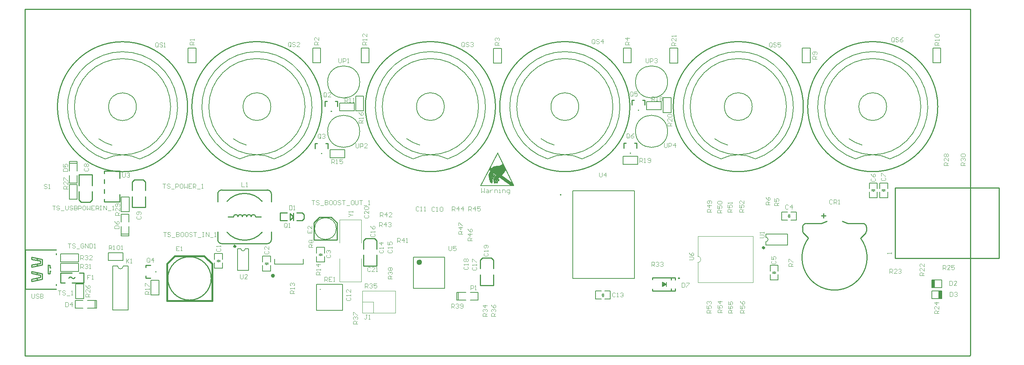
<source format=gto>
G04 Layer_Color=65535*
%FSLAX24Y24*%
%MOIN*%
G70*
G01*
G75*
%ADD10C,0.0100*%
%ADD79C,0.0050*%
%ADD80C,0.0079*%
%ADD81C,0.0080*%
%ADD82C,0.0197*%
%ADD83C,0.0039*%
%ADD84C,0.0276*%
%ADD85C,0.0150*%
%ADD86C,0.0070*%
%ADD87C,0.0060*%
%ADD88C,0.0010*%
%ADD89C,0.0098*%
%ADD90R,0.0250X0.0700*%
D10*
X82874Y-8858D02*
G03*
X82874Y-8858I-5906J0D01*
G01*
X70669D02*
G03*
X70669Y-8858I-5906J0D01*
G01*
X54921D02*
G03*
X54921Y-8858I-5906J0D01*
G01*
X42717D02*
G03*
X42717Y-8858I-5906J0D01*
G01*
X26969D02*
G03*
X26969Y-8858I-5906J0D01*
G01*
X14764Y-8868D02*
G03*
X14764Y-8868I-5906J0D01*
G01*
X16909Y-24470D02*
G03*
X16909Y-24470I-1969J0D01*
G01*
X59430Y-24450D02*
G03*
X59430Y-24450I-50J0D01*
G01*
X4270Y-24410D02*
G03*
X4545Y-24374I130J75D01*
G01*
X4270Y-24410D02*
G03*
X3995Y-24446I-130J-75D01*
G01*
X76400Y-19817D02*
G03*
X76059Y-19475I-341J0D01*
G01*
X76329Y-20346D02*
G03*
X76400Y-20175I-171J171D01*
G01*
X70600D02*
G03*
X70671Y-20346I241J0D01*
G01*
X70941Y-19475D02*
G03*
X70600Y-19817I0J-341D01*
G01*
X71138Y-20804D02*
G03*
X75862Y-20804I2362J-1772D01*
G01*
X26813Y-25466D02*
G03*
X26813Y-25466I-12J0D01*
G01*
X17881Y-16429D02*
G03*
X17499Y-16811I0J-382D01*
G01*
Y-20929D02*
G03*
X17881Y-21311I382J0D01*
G01*
X21999D02*
G03*
X22381Y-20929I0J382D01*
G01*
Y-16811D02*
G03*
X21999Y-16429I-382J0D01*
G01*
X18340Y-20270D02*
G03*
X21540Y-20270I1600J1400D01*
G01*
Y-17470D02*
G03*
X18340Y-17470I-1600J-1400D01*
G01*
X19340Y-18870D02*
G03*
X18940Y-18870I-200J0D01*
G01*
X19740D02*
G03*
X19340Y-18870I-200J0D01*
G01*
X20940D02*
G03*
X20540Y-18870I-200J0D01*
G01*
D02*
G03*
X20140Y-18870I-200J0D01*
G01*
D02*
G03*
X19740Y-18870I-200J0D01*
G01*
X55115Y-8710D02*
Y-8260D01*
X56065D02*
X56265D01*
X55665Y-9160D02*
X55715D01*
X55115Y-8260D02*
X55315D01*
X56265Y-8710D02*
Y-8260D01*
X28380Y-8820D02*
Y-8370D01*
X27230D02*
X27430D01*
X27780Y-9270D02*
X27830D01*
X28180Y-8370D02*
X28380D01*
X27230Y-8820D02*
Y-8370D01*
X78999Y-22629D02*
Y-16251D01*
Y-22629D02*
X88448D01*
Y-16251D01*
X78999D02*
X88448D01*
X57930Y-24980D02*
X58039Y-25000D01*
X57930Y-25120D02*
Y-24980D01*
Y-25120D02*
X58150Y-25000D01*
X57900Y-24880D02*
X58150Y-25000D01*
X58680Y-24600D02*
Y-24469D01*
X59030Y-24600D02*
Y-24400D01*
X58680Y-25531D02*
Y-25400D01*
X59030Y-25600D02*
Y-25400D01*
X56967Y-24575D02*
Y-24400D01*
Y-25600D02*
X59030D01*
X56967D02*
Y-25435D01*
Y-24400D02*
X59030D01*
X41320Y-22800D02*
X41520Y-22600D01*
X42320Y-22600D02*
X42520Y-22800D01*
X41520Y-22600D02*
X42320Y-22600D01*
X41320Y-25100D02*
X42520D01*
Y-23575D02*
Y-22800D01*
X41320Y-23575D02*
Y-22800D01*
X42520Y-25100D02*
Y-24125D01*
X41320Y-25100D02*
X41320Y-24125D01*
X30740Y-21020D02*
X30940Y-20820D01*
X31740Y-20820D02*
X31940Y-21020D01*
X30940Y-20820D02*
X31740Y-20820D01*
X30740Y-23320D02*
X31940D01*
Y-21795D02*
Y-21020D01*
X30740Y-21795D02*
Y-21020D01*
X31940Y-23320D02*
Y-22345D01*
X30740Y-23320D02*
X30740Y-22345D01*
X26748Y-18897D02*
X27812D01*
X26237Y-20983D02*
X28323D01*
Y-19409D01*
X27812Y-18897D02*
X28323Y-19409D01*
X26237Y-20983D02*
Y-19409D01*
X26748Y-18897D01*
X9750Y-15700D02*
X9950Y-15500D01*
X10750Y-15500D02*
X10950Y-15700D01*
X9950Y-15500D02*
X10750Y-15500D01*
X9750Y-18000D02*
X10950D01*
Y-16475D02*
Y-15700D01*
X9750Y-16475D02*
Y-15700D01*
X10950Y-18000D02*
Y-17025D01*
X9750Y-18000D02*
X9750Y-17025D01*
X7191Y-14702D02*
X8609D01*
X7191Y-17498D02*
X8609D01*
Y-16834D01*
Y-15366D02*
Y-14702D01*
X7191Y-17498D02*
Y-17267D01*
Y-16744D02*
Y-16362D01*
Y-15838D02*
Y-15456D01*
Y-14933D02*
Y-14702D01*
X5900Y-17550D02*
X6100Y-17350D01*
X4900Y-17350D02*
X5100Y-17550D01*
X5900Y-17550D01*
X4900Y-15050D02*
X6100D01*
X4900Y-17350D02*
Y-16575D01*
X6100Y-17350D02*
Y-16575D01*
X4900Y-16025D02*
Y-15050D01*
X6100Y-16025D02*
X6100Y-15050D01*
X4920Y-24860D02*
X5320D01*
Y-23960D01*
X4920D02*
X5320D01*
X3370D02*
X4270D01*
Y-24860D02*
X5170D01*
X3220D02*
X3620D01*
X3220D02*
Y-23960D01*
X3620D01*
X589Y-24018D02*
Y-23831D01*
Y-24018D02*
X1416Y-24176D01*
Y-24384D02*
Y-24176D01*
X589Y-24541D02*
X1416Y-24384D01*
X589Y-24736D02*
Y-24541D01*
Y-24736D02*
X1574Y-24539D01*
Y-24027D01*
X589Y-23831D02*
X1574Y-24027D01*
X1101Y-24106D02*
Y-23949D01*
X1101Y-24618D02*
Y-24460D01*
X1099Y-23328D02*
Y-23170D01*
X1099Y-22816D02*
Y-22659D01*
X587Y-22728D02*
Y-22541D01*
Y-22728D02*
X1414Y-22886D01*
Y-23094D02*
Y-22886D01*
X587Y-23251D02*
X1414Y-23094D01*
X587Y-23446D02*
Y-23251D01*
Y-23446D02*
X1572Y-23249D01*
Y-22737D01*
X587Y-22541D02*
X1572Y-22737D01*
X54375Y-12620D02*
Y-12170D01*
X55325D02*
X55525D01*
X54925Y-13070D02*
X54975D01*
X54375Y-12170D02*
X54575D01*
X55525Y-12620D02*
Y-12170D01*
X10960Y-24425D02*
X11410D01*
X10960Y-23475D02*
Y-23275D01*
X11860Y-23875D02*
Y-23825D01*
X10960Y-24425D02*
Y-24225D01*
Y-23275D02*
X11410D01*
X26345Y-12660D02*
Y-12210D01*
X27295D02*
X27495D01*
X26895Y-13110D02*
X26945D01*
X26345Y-12210D02*
X26545D01*
X27495Y-12660D02*
Y-12210D01*
X74200Y-19275D02*
X74700Y-19475D01*
X76059D01*
X76400Y-20175D02*
Y-19817D01*
X76000Y-20675D02*
X76329Y-20346D01*
X75900Y-20775D02*
X76000Y-20675D01*
X71000D02*
X71100Y-20775D01*
X70671Y-20346D02*
X71000Y-20675D01*
X70600Y-20175D02*
Y-19817D01*
X70941Y-19475D02*
X72300D01*
X72800Y-19275D01*
X72500Y-18975D02*
Y-18575D01*
X72300Y-18775D02*
X72700D01*
X17881Y-16429D02*
X21999D01*
X17881Y-21311D02*
X21999D01*
X17499Y-17502D02*
Y-16811D01*
X22381Y-17502D02*
Y-16811D01*
X17499Y-20929D02*
Y-20238D01*
X22381Y-20929D02*
Y-20238D01*
X18440Y-18870D02*
X18940D01*
X20940D02*
X21440D01*
X24066Y-19172D02*
X24370Y-18868D01*
X24066Y-19172D02*
Y-18555D01*
X24386Y-18875D01*
X23155Y-18510D02*
X23805D01*
X23155Y-19210D02*
X23805D01*
X23155D02*
Y-18510D01*
X24386Y-19191D02*
Y-18543D01*
X25180Y-19210D02*
X25350Y-19040D01*
X24655Y-19210D02*
X25180D01*
X24655Y-18510D02*
X25180D01*
X25350Y-18680D01*
Y-19040D02*
Y-18680D01*
X85827Y-31449D02*
Y-2D01*
X85780Y-31496D02*
X85827Y-31449D01*
X0Y-31496D02*
X85780D01*
X0Y-2D02*
X85827D01*
X0Y-31496D02*
Y-2D01*
D79*
X74818Y-11773D02*
G03*
X76007Y-12350I2150J2915D01*
G01*
X78539Y-13610D02*
G03*
X75398Y-13610I-1570J-3037D01*
G01*
X78228Y-8858D02*
G03*
X78228Y-8858I-1260J0D01*
G01*
X78538Y-13606D02*
G03*
X75399Y-13606I-1569J4747D01*
G01*
X81339Y-8858D02*
G03*
X81339Y-8858I-4370J0D01*
G01*
X62613Y-11773D02*
G03*
X63802Y-12350I2150J2915D01*
G01*
X66334Y-13610D02*
G03*
X63194Y-13610I-1570J-3037D01*
G01*
X66024Y-8858D02*
G03*
X66024Y-8858I-1260J0D01*
G01*
X66333Y-13606D02*
G03*
X63195Y-13606I-1569J4747D01*
G01*
X69134Y-8858D02*
G03*
X69134Y-8858I-4370J0D01*
G01*
X46865Y-11773D02*
G03*
X48054Y-12350I2150J2915D01*
G01*
X50586Y-13610D02*
G03*
X47446Y-13610I-1570J-3037D01*
G01*
X50276Y-8858D02*
G03*
X50276Y-8858I-1260J0D01*
G01*
X50585Y-13606D02*
G03*
X47447Y-13606I-1569J4747D01*
G01*
X53386Y-8858D02*
G03*
X53386Y-8858I-4370J0D01*
G01*
X34661Y-11773D02*
G03*
X35850Y-12350I2150J2915D01*
G01*
X38381Y-13610D02*
G03*
X35241Y-13610I-1570J-3037D01*
G01*
X38071Y-8858D02*
G03*
X38071Y-8858I-1260J0D01*
G01*
X38380Y-13606D02*
G03*
X35242Y-13606I-1569J4747D01*
G01*
X41181Y-8858D02*
G03*
X41181Y-8858I-4370J0D01*
G01*
X18913Y-11773D02*
G03*
X20102Y-12350I2150J2915D01*
G01*
X22633Y-13610D02*
G03*
X19493Y-13610I-1570J-3037D01*
G01*
X22323Y-8858D02*
G03*
X22323Y-8858I-1260J0D01*
G01*
X22632Y-13606D02*
G03*
X19494Y-13606I-1569J4747D01*
G01*
X25433Y-8858D02*
G03*
X25433Y-8858I-4370J0D01*
G01*
X6708Y-11783D02*
G03*
X7897Y-12360I2150J2915D01*
G01*
X10428Y-13620D02*
G03*
X7288Y-13620I-1570J-3037D01*
G01*
X10118Y-8868D02*
G03*
X10118Y-8868I-1260J0D01*
G01*
X10428Y-13616D02*
G03*
X7289Y-13616I-1569J4747D01*
G01*
X13228Y-8868D02*
G03*
X13228Y-8868I-4370J0D01*
G01*
X49745Y-16514D02*
X55335D01*
X49745Y-24466D02*
Y-16514D01*
Y-24466D02*
X55335D01*
Y-16514D01*
D80*
X58346Y-11102D02*
G03*
X58346Y-11102I-1457J0D01*
G01*
X30394D02*
G03*
X30394Y-11102I-1457J0D01*
G01*
X28264Y-19940D02*
G03*
X28264Y-19940I-984J0D01*
G01*
X8422Y-23350D02*
G03*
X8922Y-23350I250J0D01*
G01*
X58346Y-6614D02*
G03*
X58346Y-6614I-1457J0D01*
G01*
X30394D02*
G03*
X30394Y-6614I-1457J0D01*
G01*
X48678Y-16867D02*
G03*
X48678Y-16867I-39J0D01*
G01*
X69234Y-21284D02*
Y-20576D01*
X67266Y-21430D02*
X69234D01*
X67266Y-20430D02*
X69234D01*
Y-21430D02*
Y-20430D01*
X35255Y-22532D02*
X38101D01*
Y-25379D02*
Y-22532D01*
X35255Y-25379D02*
X38101D01*
X35255D02*
Y-22532D01*
X19446Y-23734D02*
X20154D01*
X19300D02*
Y-21766D01*
X20300Y-23734D02*
Y-21766D01*
X19300Y-23734D02*
X20300D01*
X7977Y-23350D02*
X8422D01*
X8922D02*
X9367D01*
Y-27350D02*
Y-23350D01*
X7977Y-27350D02*
X9367D01*
X7977D02*
Y-23350D01*
X26474Y-25014D02*
X28820D01*
X26474Y-27380D02*
Y-25014D01*
Y-27380D02*
X28828D01*
Y-25017D01*
X25260Y-23174D02*
Y-22698D01*
X22660Y-23174D02*
X25260D01*
X22660D02*
Y-22698D01*
D81*
X67466Y-20930D02*
G03*
X67266Y-20730I-200J0D01*
G01*
X67266Y-21130D02*
G03*
X67466Y-20930I0J200D01*
G01*
X19800Y-21966D02*
G03*
X20000Y-21766I0J200D01*
G01*
X19600Y-21766D02*
G03*
X19800Y-21966I200J0D01*
G01*
X54301Y-13370D02*
X55639D01*
X54301Y-14090D02*
Y-13370D01*
Y-14090D02*
X55639D01*
Y-13370D01*
X57940Y-9389D02*
Y-8051D01*
Y-9389D02*
X58660D01*
Y-8051D01*
X57940D02*
X58660D01*
X56431Y-8410D02*
X57769D01*
X56431Y-9130D02*
Y-8410D01*
Y-9130D02*
X57769D01*
Y-8410D01*
X27711Y-12780D02*
X29049D01*
X27711Y-13500D02*
Y-12780D01*
Y-13500D02*
X29049D01*
Y-12780D01*
X30020Y-9249D02*
Y-7911D01*
Y-9249D02*
X30740D01*
Y-7911D01*
X30020D02*
X30740D01*
X28571Y-8530D02*
X29909D01*
X28571Y-9250D02*
Y-8530D01*
Y-9250D02*
X29909D01*
Y-8530D01*
X43270Y-4909D02*
Y-3571D01*
X42550D02*
X43270D01*
X42550Y-4909D02*
Y-3571D01*
Y-4909D02*
X43270D01*
X55050Y-4859D02*
Y-3521D01*
X54330D02*
X55050D01*
X54330Y-4859D02*
Y-3521D01*
Y-4859D02*
X55050D01*
X58550Y-4889D02*
Y-3551D01*
Y-4889D02*
X59270D01*
Y-3551D01*
X58550D02*
X59270D01*
X71290Y-4869D02*
Y-3531D01*
X70570D02*
X71290D01*
X70570Y-4869D02*
Y-3531D01*
Y-4869D02*
X71290D01*
X83140D02*
Y-3531D01*
X82420D02*
X83140D01*
X82420Y-4869D02*
Y-3531D01*
Y-4869D02*
X83140D01*
X76660Y-17129D02*
X77380D01*
X76660Y-15791D02*
X77380D01*
Y-16310D02*
Y-15791D01*
Y-17129D02*
Y-16610D01*
X76660Y-17129D02*
Y-16610D01*
Y-16310D02*
Y-15791D01*
X77600Y-17129D02*
X78320D01*
X77600Y-15791D02*
X78320D01*
Y-16310D02*
Y-15791D01*
Y-17129D02*
Y-16610D01*
X77600Y-17129D02*
Y-16610D01*
Y-16310D02*
Y-15791D01*
X67660Y-23271D02*
X68380D01*
X67660Y-24609D02*
X68380D01*
X67660D02*
Y-24090D01*
Y-23790D02*
Y-23271D01*
X68380Y-23790D02*
Y-23271D01*
Y-24609D02*
Y-24090D01*
X67266Y-20730D02*
Y-20430D01*
Y-21430D02*
Y-21130D01*
X58224Y-25200D02*
Y-24800D01*
X57874Y-25200D02*
X58224Y-25000D01*
X57874Y-25200D02*
Y-24800D01*
X58224Y-25000D01*
X51801Y-26330D02*
Y-25610D01*
X53139Y-26330D02*
Y-25610D01*
X52620Y-26330D02*
X53139D01*
X51801D02*
X52320D01*
X51801Y-25610D02*
X52320D01*
X52620D02*
X53139D01*
X40450Y-26430D02*
X41150D01*
Y-25730D01*
X40450D02*
X41150D01*
X39200Y-26430D02*
X40050D01*
X39200D02*
Y-25730D01*
X40050D01*
X39350Y-26430D02*
Y-25730D01*
X26480Y-21647D02*
X27200D01*
X26480Y-22985D02*
X27200D01*
X26480D02*
Y-22466D01*
Y-22166D02*
Y-21647D01*
X27200Y-22166D02*
Y-21647D01*
Y-22985D02*
Y-22466D01*
X20000Y-21766D02*
X20300D01*
X19300D02*
X19600D01*
X21580Y-23789D02*
X22300D01*
X21580Y-22451D02*
X22300D01*
Y-22970D02*
Y-22451D01*
Y-23789D02*
Y-23270D01*
X21580Y-23789D02*
Y-23270D01*
Y-22970D02*
Y-22451D01*
X17210Y-23549D02*
X17930D01*
X17210Y-22211D02*
X17930D01*
Y-22730D02*
Y-22211D01*
Y-23549D02*
Y-23030D01*
X17210Y-23549D02*
Y-23030D01*
Y-22730D02*
Y-22211D01*
X12170Y-25983D02*
Y-24645D01*
X11450D02*
X12170D01*
X11450Y-25983D02*
Y-24645D01*
Y-25983D02*
X12170D01*
X8740Y-18419D02*
Y-17081D01*
Y-18419D02*
X9460D01*
Y-17081D01*
X8740D02*
X9460D01*
X8750Y-20450D02*
X9450D01*
X8750Y-20600D02*
Y-19750D01*
Y-20600D02*
X9450D01*
Y-19750D01*
X8750Y-19350D02*
Y-18650D01*
X9450D01*
Y-19350D02*
Y-18650D01*
X4750Y-17269D02*
Y-15931D01*
X4030D02*
X4750D01*
X4030Y-17269D02*
Y-15931D01*
Y-17269D02*
X4750D01*
X4050Y-14000D02*
X4750D01*
Y-14700D02*
Y-13850D01*
X4050D02*
X4750D01*
X4050Y-14700D02*
Y-13850D01*
X4750Y-15800D02*
Y-15100D01*
X4050Y-15800D02*
X4750D01*
X4050D02*
Y-15100D01*
X6360Y-27170D02*
Y-26470D01*
X5660Y-27170D02*
X6510D01*
Y-26470D01*
X5660D02*
X6510D01*
X4560Y-27170D02*
X5260D01*
X4560D02*
Y-26470D01*
X5260D01*
X4600Y-26319D02*
Y-24981D01*
Y-26319D02*
X5320D01*
Y-24981D01*
X4600D02*
X5320D01*
X3240Y-23820D02*
Y-23100D01*
X4860D01*
Y-23820D02*
Y-23100D01*
X3240Y-23820D02*
X4860D01*
Y-22970D02*
Y-22250D01*
X3240Y-22970D02*
X4860D01*
X3240D02*
Y-22250D01*
X4860D01*
X30530Y-4859D02*
Y-3521D01*
Y-4859D02*
X31250D01*
Y-3521D01*
X30530D02*
X31250D01*
X7571Y-22130D02*
X8909D01*
X7571Y-22850D02*
Y-22130D01*
Y-22850D02*
X8909D01*
Y-22130D01*
X68701Y-19160D02*
Y-18440D01*
X70039Y-19160D02*
Y-18440D01*
X69520Y-19160D02*
X70039D01*
X68701D02*
X69220D01*
X68701Y-18440D02*
X69220D01*
X69520D02*
X70039D01*
X15530Y-4865D02*
Y-3527D01*
X14810D02*
X15530D01*
X14810Y-4865D02*
Y-3527D01*
Y-4865D02*
X15530D01*
X26850Y-4869D02*
Y-3531D01*
X26130D02*
X26850D01*
X26130Y-4869D02*
Y-3531D01*
Y-4869D02*
X26850D01*
D82*
X67111Y-21680D02*
G03*
X67111Y-21680I-61J0D01*
G01*
X19111Y-21550D02*
G03*
X19111Y-21550I-61J0D01*
G01*
X22589Y-24224D02*
G03*
X22589Y-24224I-79J0D01*
G01*
D83*
X61090Y-23016D02*
G03*
X61090Y-22464I0J276D01*
G01*
Y-20642D01*
Y-24838D02*
Y-23016D01*
Y-20642D02*
X66090D01*
X61090Y-24838D02*
X66090D01*
Y-20642D01*
X28567Y-21245D02*
Y-19123D01*
Y-24776D02*
Y-22654D01*
X30536Y-24776D02*
Y-22654D01*
Y-21245D02*
Y-19123D01*
X28567Y-24776D02*
X30536D01*
X28567Y-19123D02*
X30536D01*
X33645Y-27616D02*
Y-25616D01*
X30645D02*
X33645D01*
X30645Y-27616D02*
Y-25616D01*
Y-26616D02*
X31645D01*
Y-27616D02*
Y-26616D01*
X30645Y-27616D02*
X33645D01*
X78922Y-2914D02*
Y-2652D01*
X78857Y-2586D01*
X78726D01*
X78660Y-2652D01*
Y-2914D01*
X78726Y-2980D01*
X78857D01*
X78791Y-2849D02*
X78922Y-2980D01*
X78857D02*
X78922Y-2914D01*
X79316Y-2652D02*
X79250Y-2586D01*
X79119D01*
X79054Y-2652D01*
Y-2718D01*
X79119Y-2783D01*
X79250D01*
X79316Y-2849D01*
Y-2914D01*
X79250Y-2980D01*
X79119D01*
X79054Y-2914D01*
X79710Y-2586D02*
X79578Y-2652D01*
X79447Y-2783D01*
Y-2914D01*
X79513Y-2980D01*
X79644D01*
X79710Y-2914D01*
Y-2849D01*
X79644Y-2783D01*
X79447D01*
X67822Y-3364D02*
Y-3102D01*
X67757Y-3036D01*
X67626D01*
X67560Y-3102D01*
Y-3364D01*
X67626Y-3430D01*
X67757D01*
X67691Y-3299D02*
X67822Y-3430D01*
X67757D02*
X67822Y-3364D01*
X68216Y-3102D02*
X68150Y-3036D01*
X68019D01*
X67954Y-3102D01*
Y-3168D01*
X68019Y-3233D01*
X68150D01*
X68216Y-3299D01*
Y-3364D01*
X68150Y-3430D01*
X68019D01*
X67954Y-3364D01*
X68610Y-3036D02*
X68347D01*
Y-3233D01*
X68478Y-3168D01*
X68544D01*
X68610Y-3233D01*
Y-3364D01*
X68544Y-3430D01*
X68413D01*
X68347Y-3364D01*
X51732Y-3074D02*
Y-2812D01*
X51667Y-2746D01*
X51536D01*
X51470Y-2812D01*
Y-3074D01*
X51536Y-3140D01*
X51667D01*
X51601Y-3009D02*
X51732Y-3140D01*
X51667D02*
X51732Y-3074D01*
X52126Y-2812D02*
X52060Y-2746D01*
X51929D01*
X51864Y-2812D01*
Y-2878D01*
X51929Y-2943D01*
X52060D01*
X52126Y-3009D01*
Y-3074D01*
X52060Y-3140D01*
X51929D01*
X51864Y-3074D01*
X52454Y-3140D02*
Y-2746D01*
X52257Y-2943D01*
X52520D01*
X39902Y-3334D02*
Y-3072D01*
X39837Y-3006D01*
X39706D01*
X39640Y-3072D01*
Y-3334D01*
X39706Y-3400D01*
X39837D01*
X39771Y-3269D02*
X39902Y-3400D01*
X39837D02*
X39902Y-3334D01*
X40296Y-3072D02*
X40230Y-3006D01*
X40099D01*
X40034Y-3072D01*
Y-3138D01*
X40099Y-3203D01*
X40230D01*
X40296Y-3269D01*
Y-3334D01*
X40230Y-3400D01*
X40099D01*
X40034Y-3334D01*
X40427Y-3072D02*
X40493Y-3006D01*
X40624D01*
X40690Y-3072D01*
Y-3138D01*
X40624Y-3203D01*
X40558D01*
X40624D01*
X40690Y-3269D01*
Y-3334D01*
X40624Y-3400D01*
X40493D01*
X40427Y-3334D01*
X24152Y-3324D02*
Y-3062D01*
X24087Y-2996D01*
X23956D01*
X23890Y-3062D01*
Y-3324D01*
X23956Y-3390D01*
X24087D01*
X24021Y-3259D02*
X24152Y-3390D01*
X24087D02*
X24152Y-3324D01*
X24546Y-3062D02*
X24480Y-2996D01*
X24349D01*
X24284Y-3062D01*
Y-3128D01*
X24349Y-3193D01*
X24480D01*
X24546Y-3259D01*
Y-3324D01*
X24480Y-3390D01*
X24349D01*
X24284Y-3324D01*
X24940Y-3390D02*
X24677D01*
X24940Y-3128D01*
Y-3062D01*
X24874Y-2996D01*
X24743D01*
X24677Y-3062D01*
X12092Y-3364D02*
Y-3102D01*
X12027Y-3036D01*
X11896D01*
X11830Y-3102D01*
Y-3364D01*
X11896Y-3430D01*
X12027D01*
X11961Y-3299D02*
X12092Y-3430D01*
X12027D02*
X12092Y-3364D01*
X12486Y-3102D02*
X12420Y-3036D01*
X12289D01*
X12224Y-3102D01*
Y-3168D01*
X12289Y-3233D01*
X12420D01*
X12486Y-3299D01*
Y-3364D01*
X12420Y-3430D01*
X12289D01*
X12224Y-3364D01*
X12617Y-3430D02*
X12748D01*
X12683D01*
Y-3036D01*
X12617Y-3102D01*
X14012Y-21556D02*
X13750D01*
Y-21950D01*
X14012D01*
X13750Y-21753D02*
X13881D01*
X14144Y-21950D02*
X14275D01*
X14209D01*
Y-21556D01*
X14144Y-21622D01*
X58050Y-12186D02*
Y-12514D01*
X58116Y-12580D01*
X58247D01*
X58312Y-12514D01*
Y-12186D01*
X58444Y-12580D02*
Y-12186D01*
X58640D01*
X58706Y-12252D01*
Y-12383D01*
X58640Y-12449D01*
X58444D01*
X59034Y-12580D02*
Y-12186D01*
X58837Y-12383D01*
X59100D01*
X55810Y-13930D02*
Y-13536D01*
X56007D01*
X56072Y-13602D01*
Y-13733D01*
X56007Y-13799D01*
X55810D01*
X55941D02*
X56072Y-13930D01*
X56204D02*
X56335D01*
X56269D01*
Y-13536D01*
X56204Y-13602D01*
X56532Y-13864D02*
X56597Y-13930D01*
X56728D01*
X56794Y-13864D01*
Y-13602D01*
X56728Y-13536D01*
X56597D01*
X56532Y-13602D01*
Y-13668D01*
X56597Y-13733D01*
X56794D01*
X58720Y-10590D02*
X58326D01*
Y-10393D01*
X58392Y-10328D01*
X58523D01*
X58589Y-10393D01*
Y-10590D01*
Y-10459D02*
X58720Y-10328D01*
Y-9934D02*
Y-10196D01*
X58458Y-9934D01*
X58392D01*
X58326Y-10000D01*
Y-10131D01*
X58392Y-10196D01*
Y-9803D02*
X58326Y-9737D01*
Y-9606D01*
X58392Y-9540D01*
X58654D01*
X58720Y-9606D01*
Y-9737D01*
X58654Y-9803D01*
X58392D01*
X56900Y-8340D02*
Y-7946D01*
X57097D01*
X57162Y-8012D01*
Y-8143D01*
X57097Y-8209D01*
X56900D01*
X57031D02*
X57162Y-8340D01*
X57294D02*
X57425D01*
X57359D01*
Y-7946D01*
X57294Y-8012D01*
X57622D02*
X57687Y-7946D01*
X57818D01*
X57884Y-8012D01*
Y-8078D01*
X57818Y-8143D01*
X57884Y-8209D01*
Y-8274D01*
X57818Y-8340D01*
X57687D01*
X57622Y-8274D01*
Y-8209D01*
X57687Y-8143D01*
X57622Y-8078D01*
Y-8012D01*
X57687Y-8143D02*
X57818D01*
X55192Y-7824D02*
Y-7562D01*
X55127Y-7496D01*
X54996D01*
X54930Y-7562D01*
Y-7824D01*
X54996Y-7890D01*
X55127D01*
X55061Y-7759D02*
X55192Y-7890D01*
X55127D02*
X55192Y-7824D01*
X55586Y-7496D02*
X55324D01*
Y-7693D01*
X55455Y-7628D01*
X55520D01*
X55586Y-7693D01*
Y-7824D01*
X55520Y-7890D01*
X55389D01*
X55324Y-7824D01*
X27840Y-14030D02*
Y-13636D01*
X28037D01*
X28102Y-13702D01*
Y-13833D01*
X28037Y-13899D01*
X27840D01*
X27971D02*
X28102Y-14030D01*
X28234D02*
X28365D01*
X28299D01*
Y-13636D01*
X28234Y-13702D01*
X28824Y-13636D02*
X28562D01*
Y-13833D01*
X28693Y-13768D01*
X28758D01*
X28824Y-13833D01*
Y-13964D01*
X28758Y-14030D01*
X28627D01*
X28562Y-13964D01*
X27382Y-7914D02*
Y-7652D01*
X27317Y-7586D01*
X27186D01*
X27120Y-7652D01*
Y-7914D01*
X27186Y-7980D01*
X27317D01*
X27251Y-7849D02*
X27382Y-7980D01*
X27317D02*
X27382Y-7914D01*
X27776Y-7980D02*
X27514D01*
X27776Y-7718D01*
Y-7652D01*
X27710Y-7586D01*
X27579D01*
X27514Y-7652D01*
X30700Y-10350D02*
X30306D01*
Y-10153D01*
X30372Y-10088D01*
X30503D01*
X30569Y-10153D01*
Y-10350D01*
Y-10219D02*
X30700Y-10088D01*
Y-9956D02*
Y-9825D01*
Y-9891D01*
X30306D01*
X30372Y-9956D01*
X30306Y-9366D02*
X30372Y-9497D01*
X30503Y-9628D01*
X30634D01*
X30700Y-9563D01*
Y-9432D01*
X30634Y-9366D01*
X30569D01*
X30503Y-9432D01*
Y-9628D01*
X29040Y-8460D02*
Y-8066D01*
X29237D01*
X29302Y-8132D01*
Y-8263D01*
X29237Y-8329D01*
X29040D01*
X29171D02*
X29302Y-8460D01*
X29434D02*
X29565D01*
X29499D01*
Y-8066D01*
X29434Y-8132D01*
X29762Y-8460D02*
X29893D01*
X29827D01*
Y-8066D01*
X29762Y-8132D01*
X30030Y-12196D02*
Y-12524D01*
X30096Y-12590D01*
X30227D01*
X30292Y-12524D01*
Y-12196D01*
X30424Y-12590D02*
Y-12196D01*
X30620D01*
X30686Y-12262D01*
Y-12393D01*
X30620Y-12459D01*
X30424D01*
X31080Y-12590D02*
X30817D01*
X31080Y-12328D01*
Y-12262D01*
X31014Y-12196D01*
X30883D01*
X30817Y-12262D01*
X43070Y-3260D02*
X42676D01*
Y-3063D01*
X42742Y-2998D01*
X42873D01*
X42939Y-3063D01*
Y-3260D01*
Y-3129D02*
X43070Y-2998D01*
X42742Y-2866D02*
X42676Y-2801D01*
Y-2670D01*
X42742Y-2604D01*
X42808D01*
X42873Y-2670D01*
Y-2735D01*
Y-2670D01*
X42939Y-2604D01*
X43004D01*
X43070Y-2670D01*
Y-2801D01*
X43004Y-2866D01*
X54890Y-3230D02*
X54496D01*
Y-3033D01*
X54562Y-2968D01*
X54693D01*
X54759Y-3033D01*
Y-3230D01*
Y-3099D02*
X54890Y-2968D01*
Y-2640D02*
X54496D01*
X54693Y-2836D01*
Y-2574D01*
X59090Y-3290D02*
X58696D01*
Y-3093D01*
X58762Y-3028D01*
X58893D01*
X58959Y-3093D01*
Y-3290D01*
Y-3159D02*
X59090Y-3028D01*
Y-2634D02*
Y-2896D01*
X58828Y-2634D01*
X58762D01*
X58696Y-2700D01*
Y-2831D01*
X58762Y-2896D01*
X59090Y-2503D02*
Y-2372D01*
Y-2437D01*
X58696D01*
X58762Y-2503D01*
X71890Y-4520D02*
X71496D01*
Y-4323D01*
X71562Y-4258D01*
X71693D01*
X71759Y-4323D01*
Y-4520D01*
Y-4389D02*
X71890Y-4258D01*
X71824Y-4126D02*
X71890Y-4061D01*
Y-3930D01*
X71824Y-3864D01*
X71562D01*
X71496Y-3930D01*
Y-4061D01*
X71562Y-4126D01*
X71628D01*
X71693Y-4061D01*
Y-3864D01*
X82990Y-3270D02*
X82596D01*
Y-3073D01*
X82662Y-3008D01*
X82793D01*
X82859Y-3073D01*
Y-3270D01*
Y-3139D02*
X82990Y-3008D01*
Y-2876D02*
Y-2745D01*
Y-2811D01*
X82596D01*
X82662Y-2876D01*
Y-2548D02*
X82596Y-2483D01*
Y-2352D01*
X82662Y-2286D01*
X82924D01*
X82990Y-2352D01*
Y-2483D01*
X82924Y-2548D01*
X82662D01*
X78660Y-22230D02*
Y-22099D01*
Y-22164D01*
X78266D01*
X78332Y-22230D01*
X83330Y-23660D02*
Y-23266D01*
X83527D01*
X83592Y-23332D01*
Y-23463D01*
X83527Y-23529D01*
X83330D01*
X83461D02*
X83592Y-23660D01*
X83986D02*
X83724D01*
X83986Y-23398D01*
Y-23332D01*
X83920Y-23266D01*
X83789D01*
X83724Y-23332D01*
X84380Y-23266D02*
X84117D01*
Y-23463D01*
X84248Y-23398D01*
X84314D01*
X84380Y-23463D01*
Y-23594D01*
X84314Y-23660D01*
X84183D01*
X84117Y-23594D01*
X82960Y-27650D02*
X82566D01*
Y-27453D01*
X82632Y-27388D01*
X82763D01*
X82829Y-27453D01*
Y-27650D01*
Y-27519D02*
X82960Y-27388D01*
Y-26994D02*
Y-27256D01*
X82698Y-26994D01*
X82632D01*
X82566Y-27060D01*
Y-27191D01*
X82632Y-27256D01*
X82960Y-26666D02*
X82566D01*
X82763Y-26863D01*
Y-26600D01*
X83980Y-25706D02*
Y-26100D01*
X84177D01*
X84242Y-26034D01*
Y-25772D01*
X84177Y-25706D01*
X83980D01*
X84374Y-25772D02*
X84439Y-25706D01*
X84570D01*
X84636Y-25772D01*
Y-25838D01*
X84570Y-25903D01*
X84505D01*
X84570D01*
X84636Y-25969D01*
Y-26034D01*
X84570Y-26100D01*
X84439D01*
X84374Y-26034D01*
X83930Y-24706D02*
Y-25100D01*
X84127D01*
X84192Y-25034D01*
Y-24772D01*
X84127Y-24706D01*
X83930D01*
X84586Y-25100D02*
X84324D01*
X84586Y-24838D01*
Y-24772D01*
X84520Y-24706D01*
X84389D01*
X84324Y-24772D01*
X81620Y-24200D02*
X81226D01*
Y-24003D01*
X81292Y-23938D01*
X81423D01*
X81489Y-24003D01*
Y-24200D01*
Y-24069D02*
X81620Y-23938D01*
Y-23544D02*
Y-23806D01*
X81358Y-23544D01*
X81292D01*
X81226Y-23610D01*
Y-23741D01*
X81292Y-23806D01*
X81620Y-23150D02*
Y-23413D01*
X81358Y-23150D01*
X81292D01*
X81226Y-23216D01*
Y-23347D01*
X81292Y-23413D01*
X78500Y-24010D02*
Y-23616D01*
X78697D01*
X78762Y-23682D01*
Y-23813D01*
X78697Y-23879D01*
X78500D01*
X78631D02*
X78762Y-24010D01*
X79156D02*
X78894D01*
X79156Y-23748D01*
Y-23682D01*
X79090Y-23616D01*
X78959D01*
X78894Y-23682D01*
X79287D02*
X79353Y-23616D01*
X79484D01*
X79550Y-23682D01*
Y-23748D01*
X79484Y-23813D01*
X79418D01*
X79484D01*
X79550Y-23879D01*
Y-23944D01*
X79484Y-24010D01*
X79353D01*
X79287Y-23944D01*
X85370Y-14200D02*
X84976D01*
Y-14003D01*
X85042Y-13938D01*
X85173D01*
X85239Y-14003D01*
Y-14200D01*
Y-14069D02*
X85370Y-13938D01*
X85042Y-13806D02*
X84976Y-13741D01*
Y-13610D01*
X85042Y-13544D01*
X85108D01*
X85173Y-13610D01*
Y-13675D01*
Y-13610D01*
X85239Y-13544D01*
X85304D01*
X85370Y-13610D01*
Y-13741D01*
X85304Y-13806D01*
X85042Y-13413D02*
X84976Y-13347D01*
Y-13216D01*
X85042Y-13150D01*
X85304D01*
X85370Y-13216D01*
Y-13347D01*
X85304Y-13413D01*
X85042D01*
X83840Y-14200D02*
X83446D01*
Y-14003D01*
X83512Y-13938D01*
X83643D01*
X83709Y-14003D01*
Y-14200D01*
Y-14069D02*
X83840Y-13938D01*
Y-13544D02*
Y-13806D01*
X83578Y-13544D01*
X83512D01*
X83446Y-13610D01*
Y-13741D01*
X83512Y-13806D01*
Y-13413D02*
X83446Y-13347D01*
Y-13216D01*
X83512Y-13150D01*
X83578D01*
X83643Y-13216D01*
X83709Y-13150D01*
X83774D01*
X83840Y-13216D01*
Y-13347D01*
X83774Y-13413D01*
X83709D01*
X83643Y-13347D01*
X83578Y-13413D01*
X83512D01*
X83643Y-13347D02*
Y-13216D01*
X76872Y-15368D02*
X76806Y-15433D01*
Y-15564D01*
X76872Y-15630D01*
X77134D01*
X77200Y-15564D01*
Y-15433D01*
X77134Y-15368D01*
X76806Y-14974D02*
X76872Y-15105D01*
X77003Y-15236D01*
X77134D01*
X77200Y-15171D01*
Y-15040D01*
X77134Y-14974D01*
X77069D01*
X77003Y-15040D01*
Y-15236D01*
X77802Y-15298D02*
X77736Y-15363D01*
Y-15494D01*
X77802Y-15560D01*
X78064D01*
X78130Y-15494D01*
Y-15363D01*
X78064Y-15298D01*
X77736Y-15166D02*
Y-14904D01*
X77802D01*
X78064Y-15166D01*
X78130D01*
X41450Y-16286D02*
Y-16680D01*
X41581Y-16549D01*
X41712Y-16680D01*
Y-16286D01*
X41909Y-16418D02*
X42040D01*
X42106Y-16483D01*
Y-16680D01*
X41909D01*
X41844Y-16614D01*
X41909Y-16549D01*
X42106D01*
X42237Y-16418D02*
Y-16680D01*
Y-16549D01*
X42303Y-16483D01*
X42368Y-16418D01*
X42434D01*
X42631Y-16680D02*
Y-16418D01*
X42828D01*
X42893Y-16483D01*
Y-16680D01*
X43024D02*
X43155D01*
X43090D01*
Y-16418D01*
X43024D01*
X43352Y-16680D02*
Y-16418D01*
X43549D01*
X43615Y-16483D01*
Y-16680D01*
X43877Y-16811D02*
X43943D01*
X44008Y-16746D01*
Y-16418D01*
X43811D01*
X43746Y-16483D01*
Y-16614D01*
X43811Y-16680D01*
X44008D01*
X67852Y-22878D02*
X67786Y-22943D01*
Y-23074D01*
X67852Y-23140D01*
X68114D01*
X68180Y-23074D01*
Y-22943D01*
X68114Y-22878D01*
X67786Y-22484D02*
Y-22746D01*
X67983D01*
X67918Y-22615D01*
Y-22550D01*
X67983Y-22484D01*
X68114D01*
X68180Y-22550D01*
Y-22681D01*
X68114Y-22746D01*
X69720Y-23360D02*
X69326D01*
Y-23163D01*
X69392Y-23098D01*
X69523D01*
X69589Y-23163D01*
Y-23360D01*
Y-23229D02*
X69720Y-23098D01*
X69326Y-22966D02*
Y-22704D01*
X69392D01*
X69654Y-22966D01*
X69720D01*
X68420Y-17850D02*
X68026D01*
Y-17653D01*
X68092Y-17588D01*
X68223D01*
X68289Y-17653D01*
Y-17850D01*
Y-17719D02*
X68420Y-17588D01*
X68026Y-17194D02*
Y-17456D01*
X68223D01*
X68158Y-17325D01*
Y-17260D01*
X68223Y-17194D01*
X68354D01*
X68420Y-17260D01*
Y-17391D01*
X68354Y-17456D01*
X67650Y-17770D02*
X67256D01*
Y-17573D01*
X67322Y-17508D01*
X67453D01*
X67519Y-17573D01*
Y-17770D01*
Y-17639D02*
X67650Y-17508D01*
X67256Y-17114D02*
X67322Y-17245D01*
X67453Y-17376D01*
X67584D01*
X67650Y-17311D01*
Y-17180D01*
X67584Y-17114D01*
X67519D01*
X67453Y-17180D01*
Y-17376D01*
X66716Y-20760D02*
X67044D01*
X67110Y-20694D01*
Y-20563D01*
X67044Y-20498D01*
X66716D01*
X67110Y-20366D02*
Y-20235D01*
Y-20301D01*
X66716D01*
X66782Y-20366D01*
X60296Y-22780D02*
X60624D01*
X60690Y-22714D01*
Y-22583D01*
X60624Y-22518D01*
X60296D01*
Y-22124D02*
X60362Y-22255D01*
X60493Y-22386D01*
X60624D01*
X60690Y-22321D01*
Y-22190D01*
X60624Y-22124D01*
X60559D01*
X60493Y-22190D01*
Y-22386D01*
X65260Y-18440D02*
X64866D01*
Y-18243D01*
X64932Y-18178D01*
X65063D01*
X65129Y-18243D01*
Y-18440D01*
Y-18309D02*
X65260Y-18178D01*
X64866Y-17784D02*
Y-18046D01*
X65063D01*
X64998Y-17915D01*
Y-17850D01*
X65063Y-17784D01*
X65194D01*
X65260Y-17850D01*
Y-17981D01*
X65194Y-18046D01*
X65260Y-17390D02*
Y-17653D01*
X64998Y-17390D01*
X64932D01*
X64866Y-17456D01*
Y-17587D01*
X64932Y-17653D01*
X64190Y-18440D02*
X63796D01*
Y-18243D01*
X63862Y-18178D01*
X63993D01*
X64059Y-18243D01*
Y-18440D01*
Y-18309D02*
X64190Y-18178D01*
X63796Y-17784D02*
Y-18046D01*
X63993D01*
X63928Y-17915D01*
Y-17850D01*
X63993Y-17784D01*
X64124D01*
X64190Y-17850D01*
Y-17981D01*
X64124Y-18046D01*
X64190Y-17653D02*
Y-17522D01*
Y-17587D01*
X63796D01*
X63862Y-17653D01*
X63260Y-18490D02*
X62866D01*
Y-18293D01*
X62932Y-18228D01*
X63063D01*
X63129Y-18293D01*
Y-18490D01*
Y-18359D02*
X63260Y-18228D01*
X62866Y-17834D02*
Y-18096D01*
X63063D01*
X62998Y-17965D01*
Y-17900D01*
X63063Y-17834D01*
X63194D01*
X63260Y-17900D01*
Y-18031D01*
X63194Y-18096D01*
X62932Y-17703D02*
X62866Y-17637D01*
Y-17506D01*
X62932Y-17440D01*
X63194D01*
X63260Y-17506D01*
Y-17637D01*
X63194Y-17703D01*
X62932D01*
X62320Y-18440D02*
X61926D01*
Y-18243D01*
X61992Y-18178D01*
X62123D01*
X62189Y-18243D01*
Y-18440D01*
Y-18309D02*
X62320Y-18178D01*
Y-17850D02*
X61926D01*
X62123Y-18046D01*
Y-17784D01*
X62254Y-17653D02*
X62320Y-17587D01*
Y-17456D01*
X62254Y-17390D01*
X61992D01*
X61926Y-17456D01*
Y-17587D01*
X61992Y-17653D01*
X62058D01*
X62123Y-17587D01*
Y-17390D01*
X65340Y-27590D02*
X64946D01*
Y-27393D01*
X65012Y-27328D01*
X65143D01*
X65209Y-27393D01*
Y-27590D01*
Y-27459D02*
X65340Y-27328D01*
X64946Y-26934D02*
Y-27196D01*
X65143D01*
X65078Y-27065D01*
Y-27000D01*
X65143Y-26934D01*
X65274D01*
X65340Y-27000D01*
Y-27131D01*
X65274Y-27196D01*
X64946Y-26540D02*
X65012Y-26672D01*
X65143Y-26803D01*
X65274D01*
X65340Y-26737D01*
Y-26606D01*
X65274Y-26540D01*
X65209D01*
X65143Y-26606D01*
Y-26803D01*
X64250Y-27610D02*
X63856D01*
Y-27413D01*
X63922Y-27348D01*
X64053D01*
X64119Y-27413D01*
Y-27610D01*
Y-27479D02*
X64250Y-27348D01*
X63856Y-26954D02*
Y-27216D01*
X64053D01*
X63988Y-27085D01*
Y-27020D01*
X64053Y-26954D01*
X64184D01*
X64250Y-27020D01*
Y-27151D01*
X64184Y-27216D01*
X63856Y-26560D02*
Y-26823D01*
X64053D01*
X63988Y-26692D01*
Y-26626D01*
X64053Y-26560D01*
X64184D01*
X64250Y-26626D01*
Y-26757D01*
X64184Y-26823D01*
X63290Y-27560D02*
X62896D01*
Y-27363D01*
X62962Y-27298D01*
X63093D01*
X63159Y-27363D01*
Y-27560D01*
Y-27429D02*
X63290Y-27298D01*
X62896Y-26904D02*
Y-27166D01*
X63093D01*
X63028Y-27035D01*
Y-26970D01*
X63093Y-26904D01*
X63224D01*
X63290Y-26970D01*
Y-27101D01*
X63224Y-27166D01*
X63290Y-26576D02*
X62896D01*
X63093Y-26773D01*
Y-26510D01*
X62310Y-27590D02*
X61916D01*
Y-27393D01*
X61982Y-27328D01*
X62113D01*
X62179Y-27393D01*
Y-27590D01*
Y-27459D02*
X62310Y-27328D01*
X61916Y-26934D02*
Y-27196D01*
X62113D01*
X62048Y-27065D01*
Y-27000D01*
X62113Y-26934D01*
X62244D01*
X62310Y-27000D01*
Y-27131D01*
X62244Y-27196D01*
X61982Y-26803D02*
X61916Y-26737D01*
Y-26606D01*
X61982Y-26540D01*
X62048D01*
X62113Y-26606D01*
Y-26672D01*
Y-26606D01*
X62179Y-26540D01*
X62244D01*
X62310Y-26606D01*
Y-26737D01*
X62244Y-26803D01*
X59650Y-24866D02*
Y-25260D01*
X59847D01*
X59912Y-25194D01*
Y-24932D01*
X59847Y-24866D01*
X59650D01*
X60044D02*
X60306D01*
Y-24932D01*
X60044Y-25194D01*
Y-25260D01*
X53592Y-25822D02*
X53527Y-25756D01*
X53396D01*
X53330Y-25822D01*
Y-26084D01*
X53396Y-26150D01*
X53527D01*
X53592Y-26084D01*
X53724Y-26150D02*
X53855D01*
X53789D01*
Y-25756D01*
X53724Y-25822D01*
X54052D02*
X54117Y-25756D01*
X54248D01*
X54314Y-25822D01*
Y-25888D01*
X54248Y-25953D01*
X54183D01*
X54248D01*
X54314Y-26019D01*
Y-26084D01*
X54248Y-26150D01*
X54117D01*
X54052Y-26084D01*
X32240Y-18880D02*
Y-18486D01*
X32437D01*
X32502Y-18552D01*
Y-18683D01*
X32437Y-18749D01*
X32240D01*
X32371D02*
X32502Y-18880D01*
X32830D02*
Y-18486D01*
X32634Y-18683D01*
X32896D01*
X33290Y-18880D02*
X33027D01*
X33290Y-18618D01*
Y-18552D01*
X33224Y-18486D01*
X33093D01*
X33027Y-18552D01*
X32180Y-19760D02*
Y-19366D01*
X32377D01*
X32442Y-19432D01*
Y-19563D01*
X32377Y-19629D01*
X32180D01*
X32311D02*
X32442Y-19760D01*
X32770D02*
Y-19366D01*
X32574Y-19563D01*
X32836D01*
X32967Y-19432D02*
X33033Y-19366D01*
X33164D01*
X33230Y-19432D01*
Y-19498D01*
X33164Y-19563D01*
X33098D01*
X33164D01*
X33230Y-19629D01*
Y-19694D01*
X33164Y-19760D01*
X33033D01*
X32967Y-19694D01*
X38470Y-21546D02*
Y-21874D01*
X38536Y-21940D01*
X38667D01*
X38732Y-21874D01*
Y-21546D01*
X39126D02*
X38864D01*
Y-21743D01*
X38995Y-21678D01*
X39060D01*
X39126Y-21743D01*
Y-21874D01*
X39060Y-21940D01*
X38929D01*
X38864Y-21874D01*
X39750Y-20440D02*
X39356D01*
Y-20243D01*
X39422Y-20178D01*
X39553D01*
X39619Y-20243D01*
Y-20440D01*
Y-20309D02*
X39750Y-20178D01*
Y-19850D02*
X39356D01*
X39553Y-20046D01*
Y-19784D01*
X39356Y-19653D02*
Y-19390D01*
X39422D01*
X39684Y-19653D01*
X39750D01*
X40600Y-21020D02*
X40206D01*
Y-20823D01*
X40272Y-20758D01*
X40403D01*
X40469Y-20823D01*
Y-21020D01*
Y-20889D02*
X40600Y-20758D01*
Y-20430D02*
X40206D01*
X40403Y-20626D01*
Y-20364D01*
X40206Y-19970D02*
X40272Y-20102D01*
X40403Y-20233D01*
X40534D01*
X40600Y-20167D01*
Y-20036D01*
X40534Y-19970D01*
X40469D01*
X40403Y-20036D01*
Y-20233D01*
X41722Y-22158D02*
X41656Y-22223D01*
Y-22354D01*
X41722Y-22420D01*
X41984D01*
X42050Y-22354D01*
Y-22223D01*
X41984Y-22158D01*
X42050Y-22026D02*
Y-21895D01*
Y-21961D01*
X41656D01*
X41722Y-22026D01*
X41984Y-21698D02*
X42050Y-21633D01*
Y-21502D01*
X41984Y-21436D01*
X41722D01*
X41656Y-21502D01*
Y-21633D01*
X41722Y-21698D01*
X41788D01*
X41853Y-21633D01*
Y-21436D01*
X39912Y-23388D02*
X39846Y-23453D01*
Y-23584D01*
X39912Y-23650D01*
X40174D01*
X40240Y-23584D01*
Y-23453D01*
X40174Y-23388D01*
X40240Y-23256D02*
Y-23125D01*
Y-23191D01*
X39846D01*
X39912Y-23256D01*
Y-22928D02*
X39846Y-22863D01*
Y-22732D01*
X39912Y-22666D01*
X39978D01*
X40043Y-22732D01*
X40109Y-22666D01*
X40174D01*
X40240Y-22732D01*
Y-22863D01*
X40174Y-22928D01*
X40109D01*
X40043Y-22863D01*
X39978Y-22928D01*
X39912D01*
X40043Y-22863D02*
Y-22732D01*
X40672Y-23428D02*
X40606Y-23493D01*
Y-23624D01*
X40672Y-23690D01*
X40934D01*
X41000Y-23624D01*
Y-23493D01*
X40934Y-23428D01*
X41000Y-23296D02*
Y-23165D01*
Y-23231D01*
X40606D01*
X40672Y-23296D01*
X40606Y-22968D02*
Y-22706D01*
X40672D01*
X40934Y-22968D01*
X41000D01*
X40460Y-25510D02*
Y-25116D01*
X40657D01*
X40722Y-25182D01*
Y-25313D01*
X40657Y-25379D01*
X40460D01*
X40854Y-25510D02*
X40985D01*
X40919D01*
Y-25116D01*
X40854Y-25182D01*
X42730Y-27910D02*
X42336D01*
Y-27713D01*
X42402Y-27648D01*
X42533D01*
X42599Y-27713D01*
Y-27910D01*
Y-27779D02*
X42730Y-27648D01*
X42402Y-27516D02*
X42336Y-27451D01*
Y-27320D01*
X42402Y-27254D01*
X42468D01*
X42533Y-27320D01*
Y-27385D01*
Y-27320D01*
X42599Y-27254D01*
X42664D01*
X42730Y-27320D01*
Y-27451D01*
X42664Y-27516D01*
X42336Y-26860D02*
X42402Y-26992D01*
X42533Y-27123D01*
X42664D01*
X42730Y-27057D01*
Y-26926D01*
X42664Y-26860D01*
X42599D01*
X42533Y-26926D01*
Y-27123D01*
X41960Y-27910D02*
X41566D01*
Y-27713D01*
X41632Y-27648D01*
X41763D01*
X41829Y-27713D01*
Y-27910D01*
Y-27779D02*
X41960Y-27648D01*
X41632Y-27516D02*
X41566Y-27451D01*
Y-27320D01*
X41632Y-27254D01*
X41698D01*
X41763Y-27320D01*
Y-27385D01*
Y-27320D01*
X41829Y-27254D01*
X41894D01*
X41960Y-27320D01*
Y-27451D01*
X41894Y-27516D01*
X41960Y-26926D02*
X41566D01*
X41763Y-27123D01*
Y-26860D01*
X38720Y-27160D02*
Y-26766D01*
X38917D01*
X38982Y-26832D01*
Y-26963D01*
X38917Y-27029D01*
X38720D01*
X38851D02*
X38982Y-27160D01*
X39114Y-26832D02*
X39179Y-26766D01*
X39310D01*
X39376Y-26832D01*
Y-26898D01*
X39310Y-26963D01*
X39245D01*
X39310D01*
X39376Y-27029D01*
Y-27094D01*
X39310Y-27160D01*
X39179D01*
X39114Y-27094D01*
X39507D02*
X39573Y-27160D01*
X39704D01*
X39770Y-27094D01*
Y-26832D01*
X39704Y-26766D01*
X39573D01*
X39507Y-26832D01*
Y-26898D01*
X39573Y-26963D01*
X39770D01*
X24470Y-25840D02*
X24076D01*
Y-25643D01*
X24142Y-25578D01*
X24273D01*
X24339Y-25643D01*
Y-25840D01*
Y-25709D02*
X24470Y-25578D01*
Y-25446D02*
Y-25315D01*
Y-25381D01*
X24076D01*
X24142Y-25446D01*
Y-25118D02*
X24076Y-25053D01*
Y-24922D01*
X24142Y-24856D01*
X24208D01*
X24273Y-24922D01*
Y-24987D01*
Y-24922D01*
X24339Y-24856D01*
X24404D01*
X24470Y-24922D01*
Y-25053D01*
X24404Y-25118D01*
X26150Y-21640D02*
X25756D01*
Y-21443D01*
X25822Y-21378D01*
X25953D01*
X26019Y-21443D01*
Y-21640D01*
Y-21509D02*
X26150Y-21378D01*
X25822Y-21246D02*
X25756Y-21181D01*
Y-21050D01*
X25822Y-20984D01*
X25888D01*
X25953Y-21050D01*
X26019Y-20984D01*
X26084D01*
X26150Y-21050D01*
Y-21181D01*
X26084Y-21246D01*
X26019D01*
X25953Y-21181D01*
X25888Y-21246D01*
X25822D01*
X25953Y-21181D02*
Y-21050D01*
X26820Y-24130D02*
X26426D01*
Y-23933D01*
X26492Y-23868D01*
X26623D01*
X26689Y-23933D01*
Y-24130D01*
Y-23999D02*
X26820Y-23868D01*
Y-23736D02*
Y-23605D01*
Y-23671D01*
X26426D01*
X26492Y-23736D01*
X26820Y-23212D02*
X26426D01*
X26623Y-23408D01*
Y-23146D01*
X27422Y-22298D02*
X27356Y-22363D01*
Y-22494D01*
X27422Y-22560D01*
X27684D01*
X27750Y-22494D01*
Y-22363D01*
X27684Y-22298D01*
X27422Y-22166D02*
X27356Y-22101D01*
Y-21970D01*
X27422Y-21904D01*
X27488D01*
X27553Y-21970D01*
Y-22035D01*
Y-21970D01*
X27619Y-21904D01*
X27684D01*
X27750Y-21970D01*
Y-22101D01*
X27684Y-22166D01*
X29386Y-18850D02*
X29452D01*
X29583Y-18719D01*
X29452Y-18588D01*
X29386D01*
X29583Y-18719D02*
X29780D01*
Y-18456D02*
Y-18325D01*
Y-18391D01*
X29386D01*
X29452Y-18456D01*
X30872Y-18718D02*
X30806Y-18783D01*
Y-18914D01*
X30872Y-18980D01*
X31134D01*
X31200Y-18914D01*
Y-18783D01*
X31134Y-18718D01*
X31200Y-18324D02*
Y-18586D01*
X30938Y-18324D01*
X30872D01*
X30806Y-18390D01*
Y-18521D01*
X30872Y-18586D01*
Y-18193D02*
X30806Y-18127D01*
Y-17996D01*
X30872Y-17930D01*
X31134D01*
X31200Y-17996D01*
Y-18127D01*
X31134Y-18193D01*
X30872D01*
X31432Y-20418D02*
X31366Y-20483D01*
Y-20614D01*
X31432Y-20680D01*
X31694D01*
X31760Y-20614D01*
Y-20483D01*
X31694Y-20418D01*
X31760Y-20286D02*
Y-20155D01*
Y-20221D01*
X31366D01*
X31432Y-20286D01*
X31366Y-19696D02*
X31432Y-19827D01*
X31563Y-19958D01*
X31694D01*
X31760Y-19893D01*
Y-19762D01*
X31694Y-19696D01*
X31629D01*
X31563Y-19762D01*
Y-19958D01*
X32992Y-21868D02*
X32926Y-21933D01*
Y-22064D01*
X32992Y-22130D01*
X33254D01*
X33320Y-22064D01*
Y-21933D01*
X33254Y-21868D01*
X33320Y-21736D02*
Y-21605D01*
Y-21671D01*
X32926D01*
X32992Y-21736D01*
X32926Y-21146D02*
Y-21408D01*
X33123D01*
X33058Y-21277D01*
Y-21212D01*
X33123Y-21146D01*
X33254D01*
X33320Y-21212D01*
Y-21343D01*
X33254Y-21408D01*
X32222Y-21888D02*
X32156Y-21953D01*
Y-22084D01*
X32222Y-22150D01*
X32484D01*
X32550Y-22084D01*
Y-21953D01*
X32484Y-21888D01*
X32550Y-21756D02*
Y-21625D01*
Y-21691D01*
X32156D01*
X32222Y-21756D01*
X32550Y-21232D02*
X32156D01*
X32353Y-21428D01*
Y-21166D01*
X33350Y-24510D02*
X32956D01*
Y-24313D01*
X33022Y-24248D01*
X33153D01*
X33219Y-24313D01*
Y-24510D01*
Y-24379D02*
X33350Y-24248D01*
X33022Y-24116D02*
X32956Y-24051D01*
Y-23920D01*
X33022Y-23854D01*
X33088D01*
X33153Y-23920D01*
Y-23985D01*
Y-23920D01*
X33219Y-23854D01*
X33284D01*
X33350Y-23920D01*
Y-24051D01*
X33284Y-24116D01*
X33022Y-23723D02*
X32956Y-23657D01*
Y-23526D01*
X33022Y-23460D01*
X33088D01*
X33153Y-23526D01*
X33219Y-23460D01*
X33284D01*
X33350Y-23526D01*
Y-23657D01*
X33284Y-23723D01*
X33219D01*
X33153Y-23657D01*
X33088Y-23723D01*
X33022D01*
X33153Y-23657D02*
Y-23526D01*
X31352Y-23502D02*
X31287Y-23436D01*
X31156D01*
X31090Y-23502D01*
Y-23764D01*
X31156Y-23830D01*
X31287D01*
X31352Y-23764D01*
X31746Y-23830D02*
X31484D01*
X31746Y-23568D01*
Y-23502D01*
X31680Y-23436D01*
X31549D01*
X31484Y-23502D01*
X31877Y-23830D02*
X32008D01*
X31943D01*
Y-23436D01*
X31877Y-23502D01*
X30870Y-25330D02*
Y-24936D01*
X31067D01*
X31132Y-25002D01*
Y-25133D01*
X31067Y-25199D01*
X30870D01*
X31001D02*
X31132Y-25330D01*
X31264Y-25002D02*
X31329Y-24936D01*
X31460D01*
X31526Y-25002D01*
Y-25068D01*
X31460Y-25133D01*
X31395D01*
X31460D01*
X31526Y-25199D01*
Y-25264D01*
X31460Y-25330D01*
X31329D01*
X31264Y-25264D01*
X31920Y-24936D02*
X31657D01*
Y-25133D01*
X31788Y-25068D01*
X31854D01*
X31920Y-25133D01*
Y-25264D01*
X31854Y-25330D01*
X31723D01*
X31657Y-25264D01*
X31072Y-27776D02*
X30941D01*
X31007D01*
Y-28104D01*
X30941Y-28170D01*
X30876D01*
X30810Y-28104D01*
X31204Y-28170D02*
X31335D01*
X31269D01*
Y-27776D01*
X31204Y-27842D01*
X29242Y-26208D02*
X29176Y-26273D01*
Y-26404D01*
X29242Y-26470D01*
X29504D01*
X29570Y-26404D01*
Y-26273D01*
X29504Y-26208D01*
X29570Y-26076D02*
Y-25945D01*
Y-26011D01*
X29176D01*
X29242Y-26076D01*
X29570Y-25486D02*
Y-25748D01*
X29308Y-25486D01*
X29242D01*
X29176Y-25552D01*
Y-25683D01*
X29242Y-25748D01*
X30210Y-28590D02*
X29816D01*
Y-28393D01*
X29882Y-28328D01*
X30013D01*
X30079Y-28393D01*
Y-28590D01*
Y-28459D02*
X30210Y-28328D01*
X29882Y-28196D02*
X29816Y-28131D01*
Y-28000D01*
X29882Y-27934D01*
X29948D01*
X30013Y-28000D01*
Y-28065D01*
Y-28000D01*
X30079Y-27934D01*
X30144D01*
X30210Y-28000D01*
Y-28131D01*
X30144Y-28196D01*
X29816Y-27803D02*
Y-27540D01*
X29882D01*
X30144Y-27803D01*
X30210D01*
X26050Y-17366D02*
X26312D01*
X26181D01*
Y-17760D01*
X26706Y-17432D02*
X26640Y-17366D01*
X26509D01*
X26444Y-17432D01*
Y-17498D01*
X26509Y-17563D01*
X26640D01*
X26706Y-17629D01*
Y-17694D01*
X26640Y-17760D01*
X26509D01*
X26444Y-17694D01*
X26837Y-17826D02*
X27100D01*
X27231Y-17366D02*
Y-17760D01*
X27428D01*
X27493Y-17694D01*
Y-17629D01*
X27428Y-17563D01*
X27231D01*
X27428D01*
X27493Y-17498D01*
Y-17432D01*
X27428Y-17366D01*
X27231D01*
X27821D02*
X27690D01*
X27624Y-17432D01*
Y-17694D01*
X27690Y-17760D01*
X27821D01*
X27887Y-17694D01*
Y-17432D01*
X27821Y-17366D01*
X28215D02*
X28083D01*
X28018Y-17432D01*
Y-17694D01*
X28083Y-17760D01*
X28215D01*
X28280Y-17694D01*
Y-17432D01*
X28215Y-17366D01*
X28674Y-17432D02*
X28608Y-17366D01*
X28477D01*
X28411Y-17432D01*
Y-17498D01*
X28477Y-17563D01*
X28608D01*
X28674Y-17629D01*
Y-17694D01*
X28608Y-17760D01*
X28477D01*
X28411Y-17694D01*
X28805Y-17366D02*
X29067D01*
X28936D01*
Y-17760D01*
X29199Y-17826D02*
X29461D01*
X29789Y-17366D02*
X29658D01*
X29592Y-17432D01*
Y-17694D01*
X29658Y-17760D01*
X29789D01*
X29855Y-17694D01*
Y-17432D01*
X29789Y-17366D01*
X29986D02*
Y-17694D01*
X30051Y-17760D01*
X30183D01*
X30248Y-17694D01*
Y-17366D01*
X30379D02*
X30642D01*
X30510D01*
Y-17760D01*
X30773Y-17826D02*
X31035D01*
X31166Y-17760D02*
X31298D01*
X31232D01*
Y-17366D01*
X31166Y-17432D01*
X25656Y-20088D02*
Y-20350D01*
X26050D01*
Y-20088D01*
X25853Y-20350D02*
Y-20219D01*
X26050Y-19694D02*
Y-19956D01*
X25788Y-19694D01*
X25722D01*
X25656Y-19760D01*
Y-19891D01*
X25722Y-19956D01*
X19530Y-24116D02*
Y-24444D01*
X19596Y-24510D01*
X19727D01*
X19792Y-24444D01*
Y-24116D01*
X20186Y-24510D02*
X19924D01*
X20186Y-24248D01*
Y-24182D01*
X20120Y-24116D01*
X19989D01*
X19924Y-24182D01*
X21792Y-21958D02*
X21726Y-22023D01*
Y-22154D01*
X21792Y-22220D01*
X22054D01*
X22120Y-22154D01*
Y-22023D01*
X22054Y-21958D01*
X22120Y-21564D02*
Y-21826D01*
X21858Y-21564D01*
X21792D01*
X21726Y-21630D01*
Y-21761D01*
X21792Y-21826D01*
X17432Y-21748D02*
X17366Y-21813D01*
Y-21944D01*
X17432Y-22010D01*
X17694D01*
X17760Y-21944D01*
Y-21813D01*
X17694Y-21748D01*
X17760Y-21616D02*
Y-21485D01*
Y-21551D01*
X17366D01*
X17432Y-21616D01*
X11310Y-25900D02*
X10916D01*
Y-25703D01*
X10982Y-25638D01*
X11113D01*
X11179Y-25703D01*
Y-25900D01*
Y-25769D02*
X11310Y-25638D01*
Y-25506D02*
Y-25375D01*
Y-25441D01*
X10916D01*
X10982Y-25506D01*
X10916Y-25178D02*
Y-24916D01*
X10982D01*
X11244Y-25178D01*
X11310D01*
X9190Y-22676D02*
Y-23070D01*
Y-22939D01*
X9452Y-22676D01*
X9256Y-22873D01*
X9452Y-23070D01*
X9584D02*
X9715D01*
X9649D01*
Y-22676D01*
X9584Y-22742D01*
X12500Y-15886D02*
X12762D01*
X12631D01*
Y-16280D01*
X13156Y-15952D02*
X13090Y-15886D01*
X12959D01*
X12894Y-15952D01*
Y-16018D01*
X12959Y-16083D01*
X13090D01*
X13156Y-16149D01*
Y-16214D01*
X13090Y-16280D01*
X12959D01*
X12894Y-16214D01*
X13287Y-16346D02*
X13550D01*
X13681Y-16280D02*
Y-15886D01*
X13878D01*
X13943Y-15952D01*
Y-16083D01*
X13878Y-16149D01*
X13681D01*
X14271Y-15886D02*
X14140D01*
X14074Y-15952D01*
Y-16214D01*
X14140Y-16280D01*
X14271D01*
X14337Y-16214D01*
Y-15952D01*
X14271Y-15886D01*
X14468D02*
Y-16280D01*
X14599Y-16149D01*
X14730Y-16280D01*
Y-15886D01*
X15124D02*
X14861D01*
Y-16280D01*
X15124D01*
X14861Y-16083D02*
X14993D01*
X15255Y-16280D02*
Y-15886D01*
X15452D01*
X15517Y-15952D01*
Y-16083D01*
X15452Y-16149D01*
X15255D01*
X15386D02*
X15517Y-16280D01*
X15649Y-16346D02*
X15911D01*
X16042Y-16280D02*
X16173D01*
X16108D01*
Y-15886D01*
X16042Y-15952D01*
X10202Y-18798D02*
X10136Y-18863D01*
Y-18994D01*
X10202Y-19060D01*
X10464D01*
X10530Y-18994D01*
Y-18863D01*
X10464Y-18798D01*
Y-18666D02*
X10530Y-18601D01*
Y-18470D01*
X10464Y-18404D01*
X10202D01*
X10136Y-18470D01*
Y-18601D01*
X10202Y-18666D01*
X10268D01*
X10333Y-18601D01*
Y-18404D01*
X8600Y-18730D02*
X8206D01*
Y-18533D01*
X8272Y-18468D01*
X8403D01*
X8469Y-18533D01*
Y-18730D01*
Y-18599D02*
X8600Y-18468D01*
Y-18074D02*
Y-18336D01*
X8338Y-18074D01*
X8272D01*
X8206Y-18140D01*
Y-18271D01*
X8272Y-18336D01*
X8534Y-17943D02*
X8600Y-17877D01*
Y-17746D01*
X8534Y-17680D01*
X8272D01*
X8206Y-17746D01*
Y-17877D01*
X8272Y-17943D01*
X8338D01*
X8403Y-17877D01*
Y-17680D01*
X8136Y-19920D02*
X8530D01*
Y-19723D01*
X8464Y-19658D01*
X8202D01*
X8136Y-19723D01*
Y-19920D01*
Y-19264D02*
X8202Y-19395D01*
X8333Y-19526D01*
X8464D01*
X8530Y-19461D01*
Y-19330D01*
X8464Y-19264D01*
X8399D01*
X8333Y-19330D01*
Y-19526D01*
X8830Y-14886D02*
Y-15214D01*
X8896Y-15280D01*
X9027D01*
X9092Y-15214D01*
Y-14886D01*
X9224Y-14952D02*
X9289Y-14886D01*
X9420D01*
X9486Y-14952D01*
Y-15018D01*
X9420Y-15083D01*
X9355D01*
X9420D01*
X9486Y-15149D01*
Y-15214D01*
X9420Y-15280D01*
X9289D01*
X9224Y-15214D01*
X5432Y-14428D02*
X5366Y-14493D01*
Y-14624D01*
X5432Y-14690D01*
X5694D01*
X5760Y-14624D01*
Y-14493D01*
X5694Y-14428D01*
X5432Y-14296D02*
X5366Y-14231D01*
Y-14100D01*
X5432Y-14034D01*
X5498D01*
X5563Y-14100D01*
X5629Y-14034D01*
X5694D01*
X5760Y-14100D01*
Y-14231D01*
X5694Y-14296D01*
X5629D01*
X5563Y-14231D01*
X5498Y-14296D01*
X5432D01*
X5563Y-14231D02*
Y-14100D01*
X3900Y-16340D02*
X3506D01*
Y-16143D01*
X3572Y-16078D01*
X3703D01*
X3769Y-16143D01*
Y-16340D01*
Y-16209D02*
X3900Y-16078D01*
Y-15684D02*
Y-15946D01*
X3638Y-15684D01*
X3572D01*
X3506Y-15750D01*
Y-15881D01*
X3572Y-15946D01*
X3506Y-15553D02*
Y-15290D01*
X3572D01*
X3834Y-15553D01*
X3900D01*
X3466Y-14720D02*
X3860D01*
Y-14523D01*
X3794Y-14458D01*
X3532D01*
X3466Y-14523D01*
Y-14720D01*
Y-14064D02*
Y-14326D01*
X3663D01*
X3598Y-14195D01*
Y-14130D01*
X3663Y-14064D01*
X3794D01*
X3860Y-14130D01*
Y-14261D01*
X3794Y-14326D01*
X2490Y-17856D02*
X2752D01*
X2621D01*
Y-18250D01*
X3146Y-17922D02*
X3080Y-17856D01*
X2949D01*
X2884Y-17922D01*
Y-17988D01*
X2949Y-18053D01*
X3080D01*
X3146Y-18119D01*
Y-18184D01*
X3080Y-18250D01*
X2949D01*
X2884Y-18184D01*
X3277Y-18316D02*
X3540D01*
X3671Y-17856D02*
Y-18184D01*
X3736Y-18250D01*
X3868D01*
X3933Y-18184D01*
Y-17856D01*
X4327Y-17922D02*
X4261Y-17856D01*
X4130D01*
X4064Y-17922D01*
Y-17988D01*
X4130Y-18053D01*
X4261D01*
X4327Y-18119D01*
Y-18184D01*
X4261Y-18250D01*
X4130D01*
X4064Y-18184D01*
X4458Y-17856D02*
Y-18250D01*
X4655D01*
X4720Y-18184D01*
Y-18119D01*
X4655Y-18053D01*
X4458D01*
X4655D01*
X4720Y-17988D01*
Y-17922D01*
X4655Y-17856D01*
X4458D01*
X4851Y-18250D02*
Y-17856D01*
X5048D01*
X5114Y-17922D01*
Y-18053D01*
X5048Y-18119D01*
X4851D01*
X5442Y-17856D02*
X5311D01*
X5245Y-17922D01*
Y-18184D01*
X5311Y-18250D01*
X5442D01*
X5507Y-18184D01*
Y-17922D01*
X5442Y-17856D01*
X5639D02*
Y-18250D01*
X5770Y-18119D01*
X5901Y-18250D01*
Y-17856D01*
X6295D02*
X6032D01*
Y-18250D01*
X6295D01*
X6032Y-18053D02*
X6163D01*
X6426Y-18250D02*
Y-17856D01*
X6623D01*
X6688Y-17922D01*
Y-18053D01*
X6623Y-18119D01*
X6426D01*
X6557D02*
X6688Y-18250D01*
X6819Y-17856D02*
X6951D01*
X6885D01*
Y-18250D01*
X6819D01*
X6951D01*
X7147D02*
Y-17856D01*
X7410Y-18250D01*
Y-17856D01*
X7541Y-18316D02*
X7803D01*
X7934Y-18250D02*
X8066D01*
X8000D01*
Y-17856D01*
X7934Y-17922D01*
X3670Y-26626D02*
Y-27020D01*
X3867D01*
X3932Y-26954D01*
Y-26692D01*
X3867Y-26626D01*
X3670D01*
X4260Y-27020D02*
Y-26626D01*
X4064Y-26823D01*
X4326D01*
X5910Y-26140D02*
X5516D01*
Y-25943D01*
X5582Y-25878D01*
X5713D01*
X5779Y-25943D01*
Y-26140D01*
Y-26009D02*
X5910Y-25878D01*
Y-25484D02*
Y-25746D01*
X5648Y-25484D01*
X5582D01*
X5516Y-25550D01*
Y-25681D01*
X5582Y-25746D01*
X5516Y-25090D02*
X5582Y-25222D01*
X5713Y-25353D01*
X5844D01*
X5910Y-25287D01*
Y-25156D01*
X5844Y-25090D01*
X5779D01*
X5713Y-25156D01*
Y-25353D01*
X5932Y-24156D02*
X5670D01*
Y-24353D01*
X5801D01*
X5670D01*
Y-24550D01*
X6064D02*
X6195D01*
X6129D01*
Y-24156D01*
X6064Y-24222D01*
X5050Y-23580D02*
Y-23186D01*
X5247D01*
X5312Y-23252D01*
Y-23383D01*
X5247Y-23449D01*
X5050D01*
X5181D02*
X5312Y-23580D01*
X5444Y-23252D02*
X5509Y-23186D01*
X5640D01*
X5706Y-23252D01*
Y-23318D01*
X5640Y-23383D01*
X5575D01*
X5640D01*
X5706Y-23449D01*
Y-23514D01*
X5640Y-23580D01*
X5509D01*
X5444Y-23514D01*
X5837Y-23580D02*
X5968D01*
X5903D01*
Y-23186D01*
X5837Y-23252D01*
X5040Y-22760D02*
Y-22366D01*
X5237D01*
X5302Y-22432D01*
Y-22563D01*
X5237Y-22629D01*
X5040D01*
X5171D02*
X5302Y-22760D01*
X5434Y-22432D02*
X5499Y-22366D01*
X5630D01*
X5696Y-22432D01*
Y-22498D01*
X5630Y-22563D01*
X5565D01*
X5630D01*
X5696Y-22629D01*
Y-22694D01*
X5630Y-22760D01*
X5499D01*
X5434Y-22694D01*
X6090Y-22760D02*
X5827D01*
X6090Y-22498D01*
Y-22432D01*
X6024Y-22366D01*
X5893D01*
X5827Y-22432D01*
X3900Y-21306D02*
X4162D01*
X4031D01*
Y-21700D01*
X4556Y-21372D02*
X4490Y-21306D01*
X4359D01*
X4294Y-21372D01*
Y-21438D01*
X4359Y-21503D01*
X4490D01*
X4556Y-21569D01*
Y-21634D01*
X4490Y-21700D01*
X4359D01*
X4294Y-21634D01*
X4687Y-21766D02*
X4950D01*
X5343Y-21372D02*
X5278Y-21306D01*
X5146D01*
X5081Y-21372D01*
Y-21634D01*
X5146Y-21700D01*
X5278D01*
X5343Y-21634D01*
Y-21503D01*
X5212D01*
X5474Y-21700D02*
Y-21306D01*
X5737Y-21700D01*
Y-21306D01*
X5868D02*
Y-21700D01*
X6065D01*
X6130Y-21634D01*
Y-21372D01*
X6065Y-21306D01*
X5868D01*
X6261Y-21700D02*
X6393D01*
X6327D01*
Y-21306D01*
X6261Y-21372D01*
X3010Y-25576D02*
X3272D01*
X3141D01*
Y-25970D01*
X3666Y-25642D02*
X3600Y-25576D01*
X3469D01*
X3404Y-25642D01*
Y-25708D01*
X3469Y-25773D01*
X3600D01*
X3666Y-25839D01*
Y-25904D01*
X3600Y-25970D01*
X3469D01*
X3404Y-25904D01*
X3797Y-26036D02*
X4060D01*
X4191Y-25970D02*
X4322D01*
X4256D01*
Y-25576D01*
X4191Y-25642D01*
X600Y-25866D02*
Y-26194D01*
X666Y-26260D01*
X797D01*
X862Y-26194D01*
Y-25866D01*
X1256Y-25932D02*
X1190Y-25866D01*
X1059D01*
X994Y-25932D01*
Y-25998D01*
X1059Y-26063D01*
X1190D01*
X1256Y-26129D01*
Y-26194D01*
X1190Y-26260D01*
X1059D01*
X994Y-26194D01*
X1387Y-25866D02*
Y-26260D01*
X1584D01*
X1650Y-26194D01*
Y-26129D01*
X1584Y-26063D01*
X1387D01*
X1584D01*
X1650Y-25998D01*
Y-25932D01*
X1584Y-25866D01*
X1387D01*
X31020Y-3220D02*
X30626D01*
Y-3023D01*
X30692Y-2958D01*
X30823D01*
X30889Y-3023D01*
Y-3220D01*
Y-3089D02*
X31020Y-2958D01*
Y-2826D02*
Y-2695D01*
Y-2761D01*
X30626D01*
X30692Y-2826D01*
X31020Y-2236D02*
Y-2498D01*
X30758Y-2236D01*
X30692D01*
X30626Y-2302D01*
Y-2433D01*
X30692Y-2498D01*
X7620Y-21850D02*
Y-21456D01*
X7817D01*
X7882Y-21522D01*
Y-21653D01*
X7817Y-21719D01*
X7620D01*
X7751D02*
X7882Y-21850D01*
X8014D02*
X8145D01*
X8079D01*
Y-21456D01*
X8014Y-21522D01*
X8342D02*
X8407Y-21456D01*
X8538D01*
X8604Y-21522D01*
Y-21784D01*
X8538Y-21850D01*
X8407D01*
X8342Y-21784D01*
Y-21522D01*
X8735Y-21850D02*
X8866D01*
X8801D01*
Y-21456D01*
X8735Y-21522D01*
X56360Y-4486D02*
Y-4814D01*
X56426Y-4880D01*
X56557D01*
X56622Y-4814D01*
Y-4486D01*
X56754Y-4880D02*
Y-4486D01*
X56950D01*
X57016Y-4552D01*
Y-4683D01*
X56950Y-4749D01*
X56754D01*
X57147Y-4552D02*
X57213Y-4486D01*
X57344D01*
X57410Y-4552D01*
Y-4618D01*
X57344Y-4683D01*
X57278D01*
X57344D01*
X57410Y-4749D01*
Y-4814D01*
X57344Y-4880D01*
X57213D01*
X57147Y-4814D01*
X28480Y-4486D02*
Y-4814D01*
X28546Y-4880D01*
X28677D01*
X28742Y-4814D01*
Y-4486D01*
X28874Y-4880D02*
Y-4486D01*
X29070D01*
X29136Y-4552D01*
Y-4683D01*
X29070Y-4749D01*
X28874D01*
X29267Y-4880D02*
X29398D01*
X29333D01*
Y-4486D01*
X29267Y-4552D01*
X52130Y-14856D02*
Y-15184D01*
X52196Y-15250D01*
X52327D01*
X52392Y-15184D01*
Y-14856D01*
X52720Y-15250D02*
Y-14856D01*
X52524Y-15053D01*
X52786D01*
X12560Y-20276D02*
X12822D01*
X12691D01*
Y-20670D01*
X13216Y-20342D02*
X13150Y-20276D01*
X13019D01*
X12954Y-20342D01*
Y-20408D01*
X13019Y-20473D01*
X13150D01*
X13216Y-20539D01*
Y-20604D01*
X13150Y-20670D01*
X13019D01*
X12954Y-20604D01*
X13347Y-20736D02*
X13610D01*
X13741Y-20276D02*
Y-20670D01*
X13938D01*
X14003Y-20604D01*
Y-20539D01*
X13938Y-20473D01*
X13741D01*
X13938D01*
X14003Y-20408D01*
Y-20342D01*
X13938Y-20276D01*
X13741D01*
X14331D02*
X14200D01*
X14134Y-20342D01*
Y-20604D01*
X14200Y-20670D01*
X14331D01*
X14397Y-20604D01*
Y-20342D01*
X14331Y-20276D01*
X14725D02*
X14593D01*
X14528Y-20342D01*
Y-20604D01*
X14593Y-20670D01*
X14725D01*
X14790Y-20604D01*
Y-20342D01*
X14725Y-20276D01*
X15184Y-20342D02*
X15118Y-20276D01*
X14987D01*
X14921Y-20342D01*
Y-20408D01*
X14987Y-20473D01*
X15118D01*
X15184Y-20539D01*
Y-20604D01*
X15118Y-20670D01*
X14987D01*
X14921Y-20604D01*
X15315Y-20276D02*
X15577D01*
X15446D01*
Y-20670D01*
X15709Y-20736D02*
X15971D01*
X16102Y-20276D02*
X16233D01*
X16168D01*
Y-20670D01*
X16102D01*
X16233D01*
X16430D02*
Y-20276D01*
X16693Y-20670D01*
Y-20276D01*
X16824Y-20736D02*
X17086D01*
X17217Y-20670D02*
X17348D01*
X17283D01*
Y-20276D01*
X17217Y-20342D01*
X54882Y-11624D02*
Y-11362D01*
X54817Y-11296D01*
X54686D01*
X54620Y-11362D01*
Y-11624D01*
X54686Y-11690D01*
X54817D01*
X54751Y-11559D02*
X54882Y-11690D01*
X54817D02*
X54882Y-11624D01*
X55276Y-11296D02*
X55145Y-11362D01*
X55014Y-11493D01*
Y-11624D01*
X55079Y-11690D01*
X55210D01*
X55276Y-11624D01*
Y-11559D01*
X55210Y-11493D01*
X55014D01*
X11322Y-22924D02*
Y-22662D01*
X11257Y-22596D01*
X11126D01*
X11060Y-22662D01*
Y-22924D01*
X11126Y-22990D01*
X11257D01*
X11191Y-22859D02*
X11322Y-22990D01*
X11257D02*
X11322Y-22924D01*
X11650Y-22990D02*
Y-22596D01*
X11454Y-22793D01*
X11716D01*
X26852Y-11664D02*
Y-11402D01*
X26787Y-11336D01*
X26656D01*
X26590Y-11402D01*
Y-11664D01*
X26656Y-11730D01*
X26787D01*
X26721Y-11599D02*
X26852Y-11730D01*
X26787D02*
X26852Y-11664D01*
X26984Y-11402D02*
X27049Y-11336D01*
X27180D01*
X27246Y-11402D01*
Y-11468D01*
X27180Y-11533D01*
X27115D01*
X27180D01*
X27246Y-11599D01*
Y-11664D01*
X27180Y-11730D01*
X27049D01*
X26984Y-11664D01*
X73302Y-17382D02*
X73237Y-17316D01*
X73106D01*
X73040Y-17382D01*
Y-17644D01*
X73106Y-17710D01*
X73237D01*
X73302Y-17644D01*
X73434Y-17710D02*
Y-17316D01*
X73630D01*
X73696Y-17382D01*
Y-17513D01*
X73630Y-17579D01*
X73434D01*
X73565D02*
X73696Y-17710D01*
X73827D02*
X73958D01*
X73893D01*
Y-17316D01*
X73827Y-17382D01*
X2012Y-15962D02*
X1947Y-15896D01*
X1816D01*
X1750Y-15962D01*
Y-16028D01*
X1816Y-16093D01*
X1947D01*
X2012Y-16159D01*
Y-16224D01*
X1947Y-16290D01*
X1816D01*
X1750Y-16224D01*
X2144Y-16290D02*
X2275D01*
X2209D01*
Y-15896D01*
X2144Y-15962D01*
X27200Y-24730D02*
Y-24336D01*
X27397D01*
X27462Y-24402D01*
Y-24533D01*
X27397Y-24599D01*
X27200D01*
X27331D02*
X27462Y-24730D01*
X27856Y-24336D02*
X27594D01*
Y-24730D01*
X27856D01*
X27594Y-24533D02*
X27725D01*
X27987Y-24730D02*
X28118D01*
X28053D01*
Y-24336D01*
X27987Y-24402D01*
X40270Y-18330D02*
Y-17936D01*
X40467D01*
X40532Y-18002D01*
Y-18133D01*
X40467Y-18199D01*
X40270D01*
X40401D02*
X40532Y-18330D01*
X40860D02*
Y-17936D01*
X40664Y-18133D01*
X40926D01*
X41320Y-17936D02*
X41057D01*
Y-18133D01*
X41188Y-18068D01*
X41254D01*
X41320Y-18133D01*
Y-18264D01*
X41254Y-18330D01*
X41123D01*
X41057Y-18264D01*
X38770Y-18330D02*
Y-17936D01*
X38967D01*
X39032Y-18002D01*
Y-18133D01*
X38967Y-18199D01*
X38770D01*
X38901D02*
X39032Y-18330D01*
X39360D02*
Y-17936D01*
X39164Y-18133D01*
X39426D01*
X39754Y-18330D02*
Y-17936D01*
X39557Y-18133D01*
X39820D01*
X33810Y-21200D02*
Y-20806D01*
X34007D01*
X34072Y-20872D01*
Y-21003D01*
X34007Y-21069D01*
X33810D01*
X33941D02*
X34072Y-21200D01*
X34400D02*
Y-20806D01*
X34204Y-21003D01*
X34466D01*
X34597Y-21200D02*
X34728D01*
X34663D01*
Y-20806D01*
X34597Y-20872D01*
X56890Y-23370D02*
Y-22976D01*
X57087D01*
X57152Y-23042D01*
Y-23173D01*
X57087Y-23239D01*
X56890D01*
X57021D02*
X57152Y-23370D01*
X57284Y-23042D02*
X57349Y-22976D01*
X57480D01*
X57546Y-23042D01*
Y-23108D01*
X57480Y-23173D01*
X57415D01*
X57480D01*
X57546Y-23239D01*
Y-23304D01*
X57480Y-23370D01*
X57349D01*
X57284Y-23304D01*
X57677Y-23042D02*
X57743Y-22976D01*
X57874D01*
X57940Y-23042D01*
Y-23108D01*
X57874Y-23173D01*
X57808D01*
X57874D01*
X57940Y-23239D01*
Y-23304D01*
X57874Y-23370D01*
X57743D01*
X57677Y-23304D01*
X23812Y-19754D02*
Y-19492D01*
X23747Y-19426D01*
X23616D01*
X23550Y-19492D01*
Y-19754D01*
X23616Y-19820D01*
X23747D01*
X23681Y-19689D02*
X23812Y-19820D01*
X23747D02*
X23812Y-19754D01*
X23944Y-19820D02*
X24075D01*
X24009D01*
Y-19426D01*
X23944Y-19492D01*
X19680Y-15746D02*
Y-16140D01*
X19942D01*
X20074D02*
X20205D01*
X20139D01*
Y-15746D01*
X20074Y-15812D01*
X23990Y-17826D02*
Y-18220D01*
X24187D01*
X24252Y-18154D01*
Y-17892D01*
X24187Y-17826D01*
X23990D01*
X24384Y-18220D02*
X24515D01*
X24449D01*
Y-17826D01*
X24384Y-17892D01*
X35772Y-18002D02*
X35707Y-17936D01*
X35576D01*
X35510Y-18002D01*
Y-18264D01*
X35576Y-18330D01*
X35707D01*
X35772Y-18264D01*
X35904Y-18330D02*
X36035D01*
X35969D01*
Y-17936D01*
X35904Y-18002D01*
X36232Y-18330D02*
X36363D01*
X36297D01*
Y-17936D01*
X36232Y-18002D01*
X37212Y-18032D02*
X37147Y-17966D01*
X37016D01*
X36950Y-18032D01*
Y-18294D01*
X37016Y-18360D01*
X37147D01*
X37212Y-18294D01*
X37344Y-18360D02*
X37475D01*
X37409D01*
Y-17966D01*
X37344Y-18032D01*
X37672D02*
X37737Y-17966D01*
X37868D01*
X37934Y-18032D01*
Y-18294D01*
X37868Y-18360D01*
X37737D01*
X37672Y-18294D01*
Y-18032D01*
X69302Y-17832D02*
X69237Y-17766D01*
X69106D01*
X69040Y-17832D01*
Y-18094D01*
X69106Y-18160D01*
X69237D01*
X69302Y-18094D01*
X69630Y-18160D02*
Y-17766D01*
X69434Y-17963D01*
X69696D01*
X15360Y-3230D02*
X14966D01*
Y-3033D01*
X15032Y-2968D01*
X15163D01*
X15229Y-3033D01*
Y-3230D01*
Y-3099D02*
X15360Y-2968D01*
Y-2836D02*
Y-2705D01*
Y-2771D01*
X14966D01*
X15032Y-2836D01*
X26660Y-3230D02*
X26266D01*
Y-3033D01*
X26332Y-2968D01*
X26463D01*
X26529Y-3033D01*
Y-3230D01*
Y-3099D02*
X26660Y-2968D01*
Y-2574D02*
Y-2836D01*
X26398Y-2574D01*
X26332D01*
X26266Y-2640D01*
Y-2771D01*
X26332Y-2836D01*
D84*
X35920Y-23001D02*
G03*
X35920Y-23001I-118J0D01*
G01*
D85*
X13600Y-22423D02*
X16280D01*
X16987Y-26517D02*
Y-23130D01*
X12893D02*
X13600Y-22423D01*
X12893Y-26517D02*
Y-23130D01*
X16284Y-22426D02*
X16987Y-23130D01*
X12893Y-26517D02*
X16987D01*
D86*
X82330Y-26300D02*
Y-26125D01*
Y-25775D02*
Y-25600D01*
X83230D01*
X82330Y-26300D02*
X83230D01*
Y-25600D01*
X82330Y-26125D02*
Y-25775D01*
X82980Y-26300D02*
Y-25600D01*
X83230Y-24785D02*
Y-24610D01*
Y-25310D02*
Y-25135D01*
X82330Y-25310D02*
X83230D01*
X82330Y-24610D02*
X83230D01*
X82330Y-25310D02*
Y-24610D01*
X83230Y-25135D02*
Y-24785D01*
X82580Y-25310D02*
Y-24610D01*
D87*
X76870Y-16410D02*
X77170D01*
X76870Y-16510D02*
X77170D01*
X77020Y-16560D02*
Y-16510D01*
Y-16410D02*
Y-16360D01*
X77810Y-16410D02*
X78110D01*
X77810Y-16510D02*
X78110D01*
X77960Y-16560D02*
Y-16510D01*
Y-16410D02*
Y-16360D01*
X67870Y-23990D02*
X68170D01*
X67870Y-23890D02*
X68170D01*
X68020D02*
Y-23840D01*
Y-24040D02*
Y-23990D01*
X52520Y-26120D02*
Y-25820D01*
X52420Y-26120D02*
Y-25820D01*
X52370Y-25970D02*
X52420D01*
X52520D02*
X52570D01*
X26690Y-22366D02*
X26990D01*
X26690Y-22266D02*
X26990D01*
X26840D02*
Y-22216D01*
Y-22416D02*
Y-22366D01*
X21790Y-23070D02*
X22090D01*
X21790Y-23170D02*
X22090D01*
X21940Y-23220D02*
Y-23170D01*
Y-23070D02*
Y-23020D01*
X17420Y-22830D02*
X17720D01*
X17420Y-22930D02*
X17720D01*
X17570Y-22980D02*
Y-22930D01*
Y-22830D02*
Y-22780D01*
X69420Y-18950D02*
Y-18650D01*
X69320Y-18950D02*
Y-18650D01*
X69270Y-18800D02*
X69320D01*
X69420D02*
X69470D01*
D88*
X41340Y-16020D02*
X44380D01*
X41350Y-16010D02*
X44380D01*
X41350Y-16000D02*
X44370D01*
X44070Y-15990D02*
X44370D01*
X41360D02*
X41400D01*
X44050Y-15980D02*
X44360D01*
X41360D02*
X41400D01*
X44040Y-15970D02*
X44360D01*
X41370D02*
X41410D01*
X44030Y-15960D02*
X44350D01*
X41370D02*
X41410D01*
X44010Y-15950D02*
X44350D01*
X41380D02*
X41420D01*
X44000Y-15940D02*
X44340D01*
X41380D02*
X41420D01*
X43980Y-15930D02*
X44340D01*
X41390D02*
X41430D01*
X43970Y-15920D02*
X44330D01*
X41400D02*
X41430D01*
X43950Y-15910D02*
X44330D01*
X41400D02*
X41440D01*
X43940Y-15900D02*
X44330D01*
X41400D02*
X41440D01*
X43930Y-15890D02*
X44320D01*
X41410D02*
X41450D01*
X43920Y-15880D02*
X44320D01*
X41410D02*
X41450D01*
X43900Y-15870D02*
X44310D01*
X41420D02*
X41460D01*
X43890Y-15860D02*
X44300D01*
X41430D02*
X41460D01*
X43870Y-15850D02*
X44300D01*
X41430D02*
X41470D01*
X43860Y-15840D02*
X44300D01*
X41430D02*
X41470D01*
X43840Y-15830D02*
X44290D01*
X41440D02*
X41480D01*
X43830Y-15820D02*
X44290D01*
X41450D02*
X41490D01*
X43820Y-15810D02*
X44280D01*
X41450D02*
X41490D01*
X43800Y-15800D02*
X44280D01*
X42590D02*
X42640D01*
X42350D02*
X42390D01*
X41450D02*
X41490D01*
X44230Y-15790D02*
X44270D01*
X43790D02*
X44220D01*
X42790D02*
X42870D01*
X42580D02*
X42690D01*
X42350D02*
X42390D01*
X41460D02*
X41500D01*
X44220Y-15780D02*
X44270D01*
X43770D02*
X44210D01*
X42780D02*
X42880D01*
X42580D02*
X42710D01*
X42340D02*
X42390D01*
X41470D02*
X41510D01*
X44210Y-15770D02*
X44260D01*
X43760D02*
X44200D01*
X42770D02*
X42880D01*
X42580D02*
X42710D01*
X42340D02*
X42400D01*
X41470D02*
X41510D01*
X44210Y-15760D02*
X44260D01*
X43750D02*
X44180D01*
X42760D02*
X42890D01*
X42580D02*
X42720D01*
X42330D02*
X42400D01*
X41480D02*
X41520D01*
X44210Y-15750D02*
X44250D01*
X43740D02*
X44170D01*
X42760D02*
X42890D01*
X42580D02*
X42730D01*
X42330D02*
X42410D01*
X42240D02*
X42280D01*
X41480D02*
X41520D01*
X44200Y-15740D02*
X44250D01*
X43720D02*
X44160D01*
X42760D02*
X42890D01*
X42580D02*
X42730D01*
X42330D02*
X42410D01*
X42230D02*
X42290D01*
X41490D02*
X41530D01*
X44200Y-15730D02*
X44240D01*
X43710D02*
X44140D01*
X42770D02*
X42890D01*
X42580D02*
X42740D01*
X42320D02*
X42410D01*
X42230D02*
X42290D01*
X41490D02*
X41530D01*
X44190Y-15720D02*
X44240D01*
X43690D02*
X44130D01*
X42770D02*
X42890D01*
X42580D02*
X42740D01*
X42320D02*
X42410D01*
X42220D02*
X42290D01*
X41500D02*
X41540D01*
X44190Y-15710D02*
X44230D01*
X43680D02*
X44120D01*
X42780D02*
X42890D01*
X42580D02*
X42740D01*
X42310D02*
X42420D01*
X42220D02*
X42290D01*
X41510D02*
X41540D01*
X44180Y-15700D02*
X44230D01*
X43660D02*
X44100D01*
X42780D02*
X42890D01*
X42590D02*
X42750D01*
X42310D02*
X42420D01*
X42220D02*
X42290D01*
X41510D02*
X41550D01*
X44180Y-15690D02*
X44220D01*
X43650D02*
X44090D01*
X42780D02*
X42890D01*
X42590D02*
X42750D01*
X42300D02*
X42420D01*
X42220D02*
X42290D01*
X41510D02*
X41550D01*
X44170Y-15680D02*
X44220D01*
X43630D02*
X44070D01*
X42790D02*
X42890D01*
X42590D02*
X42750D01*
X42300D02*
X42420D01*
X42210D02*
X42290D01*
X41520D02*
X41560D01*
X44170Y-15670D02*
X44210D01*
X43620D02*
X44060D01*
X42790D02*
X42890D01*
X42590D02*
X42750D01*
X42520D02*
X42530D01*
X42300D02*
X42420D01*
X42210D02*
X42290D01*
X41530D02*
X41560D01*
X44160Y-15660D02*
X44210D01*
X43610D02*
X44040D01*
X42800D02*
X42890D01*
X42600D02*
X42750D01*
X42520D02*
X42550D01*
X42210D02*
X42420D01*
X41530D02*
X41570D01*
X44160Y-15650D02*
X44200D01*
X43590D02*
X44030D01*
X42810D02*
X42890D01*
X42600D02*
X42750D01*
X42520D02*
X42570D01*
X42290D02*
X42420D01*
X42210D02*
X42280D01*
X41530D02*
X41570D01*
X44150Y-15640D02*
X44200D01*
X43580D02*
X44020D01*
X42810D02*
X42890D01*
X42610D02*
X42750D01*
X42520D02*
X42570D01*
X42210D02*
X42430D01*
X41540D02*
X41580D01*
X44150Y-15630D02*
X44190D01*
X43570D02*
X44000D01*
X42810D02*
X42890D01*
X42620D02*
X42750D01*
X42520D02*
X42570D01*
X42280D02*
X42430D01*
X42200D02*
X42270D01*
X41540D02*
X41580D01*
X44140Y-15620D02*
X44190D01*
X43550D02*
X43990D01*
X42820D02*
X42890D01*
X42620D02*
X42750D01*
X42520D02*
X42580D01*
X42280D02*
X42430D01*
X42200D02*
X42270D01*
X41550D02*
X41590D01*
X44130Y-15610D02*
X44180D01*
X43540D02*
X43980D01*
X42940D02*
X43010D01*
X42830D02*
X42890D01*
X42630D02*
X42750D01*
X42520D02*
X42580D01*
X42270D02*
X42430D01*
X42200D02*
X42260D01*
X41560D02*
X41600D01*
X44130Y-15600D02*
X44180D01*
X43520D02*
X43960D01*
X42930D02*
X43020D01*
X42840D02*
X42870D01*
X42640D02*
X42740D01*
X42520D02*
X42590D01*
X42270D02*
X42430D01*
X42210D02*
X42260D01*
X41560D02*
X41600D01*
X44130Y-15590D02*
X44170D01*
X43510D02*
X43950D01*
X42920D02*
X43030D01*
X42770D02*
X42790D01*
X42670D02*
X42710D01*
X42520D02*
X42590D01*
X42260D02*
X42430D01*
X42210D02*
X42250D01*
X41560D02*
X41600D01*
X44120Y-15580D02*
X44170D01*
X43500D02*
X43930D01*
X42920D02*
X43030D01*
X42760D02*
X42800D01*
X42520D02*
X42600D01*
X42260D02*
X42430D01*
X42210D02*
X42240D01*
X41570D02*
X41610D01*
X44120Y-15570D02*
X44160D01*
X43480D02*
X43920D01*
X42910D02*
X43030D01*
X42750D02*
X42810D01*
X42520D02*
X42610D01*
X42250D02*
X42430D01*
X42220D02*
X42230D01*
X41580D02*
X41620D01*
X44110Y-15560D02*
X44160D01*
X43470D02*
X43910D01*
X42910D02*
X43030D01*
X42740D02*
X42820D01*
X42520D02*
X42620D01*
X42250D02*
X42430D01*
X41580D02*
X41620D01*
X44110Y-15550D02*
X44150D01*
X43450D02*
X43890D01*
X42910D02*
X43030D01*
X42730D02*
X42820D01*
X42520D02*
X42630D01*
X42250D02*
X42420D01*
X41590D02*
X41620D01*
X44100Y-15540D02*
X44150D01*
X43440D02*
X43880D01*
X42900D02*
X43030D01*
X42710D02*
X42830D01*
X42520D02*
X42640D01*
X42240D02*
X42420D01*
X41590D02*
X41630D01*
X44100Y-15530D02*
X44140D01*
X43430D02*
X43860D01*
X42900D02*
X43030D01*
X42520D02*
X42840D01*
X42170D02*
X42420D01*
X41600D02*
X41640D01*
X44090Y-15520D02*
X44140D01*
X43420D02*
X43850D01*
X42910D02*
X43030D01*
X42520D02*
X42850D01*
X42170D02*
X42420D01*
X41600D02*
X41640D01*
X44090Y-15510D02*
X44130D01*
X43400D02*
X43840D01*
X42910D02*
X43030D01*
X42520D02*
X42860D01*
X42170D02*
X42420D01*
X41610D02*
X41650D01*
X44080Y-15500D02*
X44130D01*
X43390D02*
X43820D01*
X42910D02*
X43030D01*
X42530D02*
X42860D01*
X42160D02*
X42420D01*
X41610D02*
X41650D01*
X44080Y-15490D02*
X44120D01*
X43370D02*
X43810D01*
X42910D02*
X43030D01*
X42530D02*
X42870D01*
X42160D02*
X42410D01*
X41620D02*
X41660D01*
X44070Y-15480D02*
X44120D01*
X43360D02*
X43800D01*
X42910D02*
X43030D01*
X42530D02*
X42880D01*
X42160D02*
X42410D01*
X41620D02*
X41660D01*
X44070Y-15470D02*
X44110D01*
X43340D02*
X43780D01*
X42920D02*
X43030D01*
X42530D02*
X42890D01*
X42160D02*
X42400D01*
X41630D02*
X41670D01*
X44060Y-15460D02*
X44110D01*
X43330D02*
X43770D01*
X42930D02*
X43030D01*
X42540D02*
X42900D01*
X42150D02*
X42400D01*
X41640D02*
X41680D01*
X44060Y-15450D02*
X44100D01*
X43310D02*
X43750D01*
X42940D02*
X43030D01*
X42540D02*
X42900D01*
X42450D02*
X42480D01*
X42150D02*
X42390D01*
X41640D02*
X41680D01*
X44050Y-15440D02*
X44100D01*
X43300D02*
X43740D01*
X42950D02*
X43020D01*
X42540D02*
X42910D01*
X42440D02*
X42490D01*
X42150D02*
X42390D01*
X41640D02*
X41680D01*
X44050Y-15430D02*
X44090D01*
X43290D02*
X43720D01*
X42540D02*
X42920D01*
X42430D02*
X42490D01*
X42140D02*
X42390D01*
X41650D02*
X41690D01*
X44040Y-15420D02*
X44090D01*
X43270D02*
X43710D01*
X42550D02*
X42930D01*
X42430D02*
X42500D01*
X42140D02*
X42390D01*
X41660D02*
X41690D01*
X44040Y-15410D02*
X44080D01*
X43260D02*
X43700D01*
X42550D02*
X42940D01*
X42420D02*
X42500D01*
X42140D02*
X42380D01*
X41660D02*
X41700D01*
X44030Y-15400D02*
X44080D01*
X43250D02*
X43680D01*
X42550D02*
X42950D01*
X42420D02*
X42500D01*
X42140D02*
X42380D01*
X41670D02*
X41700D01*
X44030Y-15390D02*
X44070D01*
X43230D02*
X43670D01*
X42560D02*
X42950D01*
X42410D02*
X42500D01*
X42140D02*
X42370D01*
X41670D02*
X41710D01*
X44020Y-15380D02*
X44070D01*
X43220D02*
X43660D01*
X42560D02*
X42960D01*
X42410D02*
X42500D01*
X42140D02*
X42370D01*
X41670D02*
X41710D01*
X44020Y-15370D02*
X44060D01*
X43210D02*
X43640D01*
X42570D02*
X42970D01*
X42410D02*
X42500D01*
X42130D02*
X42370D01*
X41680D02*
X41720D01*
X44010Y-15360D02*
X44060D01*
X43190D02*
X43630D01*
X42570D02*
X42980D01*
X42410D02*
X42500D01*
X42130D02*
X42370D01*
X41690D02*
X41730D01*
X44010Y-15350D02*
X44050D01*
X43180D02*
X43610D01*
X42580D02*
X42990D01*
X42410D02*
X42500D01*
X42130D02*
X42370D01*
X41690D02*
X41730D01*
X44000Y-15340D02*
X44050D01*
X43160D02*
X43600D01*
X42590D02*
X43000D01*
X42410D02*
X42500D01*
X42130D02*
X42370D01*
X41690D02*
X41730D01*
X44000Y-15330D02*
X44040D01*
X43150D02*
X43590D01*
X42590D02*
X43000D01*
X42410D02*
X42500D01*
X42120D02*
X42370D01*
X41700D02*
X41740D01*
X43990Y-15320D02*
X44040D01*
X43130D02*
X43570D01*
X42600D02*
X43010D01*
X42410D02*
X42500D01*
X42120D02*
X42380D01*
X41710D02*
X41750D01*
X43990Y-15310D02*
X44040D01*
X43120D02*
X43560D01*
X42610D02*
X43020D01*
X42410D02*
X42500D01*
X42120D02*
X42380D01*
X41710D02*
X41750D01*
X43980Y-15300D02*
X44030D01*
X43110D02*
X43540D01*
X42620D02*
X43030D01*
X42410D02*
X42500D01*
X42120D02*
X42380D01*
X41720D02*
X41750D01*
X43980Y-15290D02*
X44020D01*
X43090D02*
X43530D01*
X42620D02*
X43040D01*
X42420D02*
X42500D01*
X42120D02*
X42380D01*
X41720D02*
X41760D01*
X43980Y-15280D02*
X44020D01*
X43080D02*
X43520D01*
X42630D02*
X43050D01*
X42420D02*
X42500D01*
X42120D02*
X42380D01*
X41730D02*
X41770D01*
X43970Y-15270D02*
X44010D01*
X43070D02*
X43500D01*
X42640D02*
X43060D01*
X42540D02*
X42590D01*
X42420D02*
X42500D01*
X42110D02*
X42380D01*
X41730D02*
X41770D01*
X43960Y-15260D02*
X44010D01*
X42650D02*
X43490D01*
X42530D02*
X42600D01*
X42420D02*
X42490D01*
X42110D02*
X42380D01*
X41740D02*
X41780D01*
X43960Y-15250D02*
X44000D01*
X42650D02*
X43480D01*
X42530D02*
X42600D01*
X42420D02*
X42490D01*
X42110D02*
X42380D01*
X41740D02*
X41780D01*
X43950Y-15240D02*
X44000D01*
X42660D02*
X43460D01*
X42520D02*
X42600D01*
X42420D02*
X42490D01*
X42110D02*
X42390D01*
X41750D02*
X41790D01*
X43950Y-15230D02*
X43990D01*
X42670D02*
X43450D01*
X42520D02*
X42600D01*
X42420D02*
X42490D01*
X42100D02*
X42390D01*
X41750D02*
X41790D01*
X43950Y-15220D02*
X43990D01*
X42670D02*
X43430D01*
X42510D02*
X42600D01*
X42420D02*
X42490D01*
X42100D02*
X42390D01*
X41760D02*
X41800D01*
X43940Y-15210D02*
X43990D01*
X42680D02*
X43420D01*
X42510D02*
X42600D01*
X42420D02*
X42490D01*
X42100D02*
X42390D01*
X41770D02*
X41810D01*
X43930Y-15200D02*
X43980D01*
X42690D02*
X43400D01*
X42510D02*
X42600D01*
X42420D02*
X42490D01*
X42100D02*
X42390D01*
X41770D02*
X41810D01*
X43930Y-15190D02*
X43970D01*
X42700D02*
X43390D01*
X42510D02*
X42600D01*
X42420D02*
X42490D01*
X42100D02*
X42390D01*
X41770D02*
X41810D01*
X43920Y-15180D02*
X43970D01*
X42700D02*
X43380D01*
X42620D02*
X42660D01*
X42510D02*
X42590D01*
X42420D02*
X42490D01*
X42090D02*
X42390D01*
X41780D02*
X41820D01*
X43920Y-15170D02*
X43960D01*
X42710D02*
X43360D01*
X42620D02*
X42660D01*
X42510D02*
X42590D01*
X42420D02*
X42490D01*
X42090D02*
X42390D01*
X41790D02*
X41830D01*
X43920Y-15160D02*
X43960D01*
X42720D02*
X43350D01*
X42610D02*
X42660D01*
X42510D02*
X42580D01*
X42420D02*
X42490D01*
X42090D02*
X42390D01*
X41790D02*
X41830D01*
X43910Y-15150D02*
X43960D01*
X42730D02*
X43340D01*
X42610D02*
X42660D01*
X42520D02*
X42580D01*
X42430D02*
X42490D01*
X42090D02*
X42390D01*
X41800D02*
X41830D01*
X43900Y-15140D02*
X43950D01*
X42730D02*
X43320D01*
X42600D02*
X42660D01*
X42530D02*
X42570D01*
X42430D02*
X42490D01*
X42090D02*
X42390D01*
X41800D02*
X41840D01*
X43900Y-15130D02*
X43940D01*
X42740D02*
X43310D01*
X42600D02*
X42660D01*
X42540D02*
X42550D01*
X42430D02*
X42490D01*
X42090D02*
X42390D01*
X41800D02*
X41840D01*
X43900Y-15120D02*
X43940D01*
X42750D02*
X43290D01*
X42600D02*
X42650D01*
X42430D02*
X42500D01*
X42090D02*
X42390D01*
X41810D02*
X41850D01*
X43890Y-15110D02*
X43930D01*
X42750D02*
X43280D01*
X42600D02*
X42650D01*
X42430D02*
X42500D01*
X42090D02*
X42390D01*
X41820D02*
X41860D01*
X43890Y-15100D02*
X43930D01*
X42760D02*
X43270D01*
X42600D02*
X42660D01*
X42430D02*
X42500D01*
X42090D02*
X42390D01*
X41820D02*
X41860D01*
X43880Y-15090D02*
X43930D01*
X42770D02*
X43250D01*
X42600D02*
X42660D01*
X42430D02*
X42500D01*
X42090D02*
X42390D01*
X41820D02*
X41860D01*
X43870Y-15080D02*
X43920D01*
X42770D02*
X43260D01*
X42600D02*
X42660D01*
X42430D02*
X42500D01*
X42080D02*
X42390D01*
X41830D02*
X41870D01*
X43870Y-15070D02*
X43910D01*
X42780D02*
X43270D01*
X42600D02*
X42670D01*
X42550D02*
X42560D01*
X42430D02*
X42500D01*
X42080D02*
X42400D01*
X41840D02*
X41880D01*
X43870Y-15060D02*
X43910D01*
X42770D02*
X43290D01*
X42600D02*
X42670D01*
X42540D02*
X42580D01*
X42440D02*
X42500D01*
X42080D02*
X42410D01*
X41840D02*
X41880D01*
X43860Y-15050D02*
X43910D01*
X42760D02*
X43290D01*
X42610D02*
X42670D01*
X42540D02*
X42580D01*
X42440D02*
X42500D01*
X42080D02*
X42420D01*
X41850D02*
X41890D01*
X43860Y-15040D02*
X43900D01*
X42750D02*
X43300D01*
X42640D02*
X42660D01*
X42540D02*
X42580D01*
X42450D02*
X42500D01*
X42080D02*
X42420D01*
X41850D02*
X41890D01*
X43850Y-15030D02*
X43900D01*
X42730D02*
X43320D01*
X42540D02*
X42580D01*
X42460D02*
X42500D01*
X42090D02*
X42430D01*
X41860D02*
X41900D01*
X43840Y-15020D02*
X43890D01*
X42720D02*
X43320D01*
X42540D02*
X42580D01*
X42460D02*
X42500D01*
X42090D02*
X42440D01*
X41860D02*
X41900D01*
X43840Y-15010D02*
X43880D01*
X42700D02*
X43330D01*
X42540D02*
X42580D01*
X42470D02*
X42500D01*
X42090D02*
X42450D01*
X41870D02*
X41910D01*
X43840Y-15000D02*
X43880D01*
X42690D02*
X43340D01*
X42540D02*
X42580D01*
X42480D02*
X42500D01*
X42090D02*
X42450D01*
X41880D02*
X41910D01*
X43830Y-14990D02*
X43880D01*
X42670D02*
X43350D01*
X42550D02*
X42580D01*
X42100D02*
X42460D01*
X41880D02*
X41920D01*
X43830Y-14980D02*
X43870D01*
X42660D02*
X43360D01*
X42100D02*
X42470D01*
X41880D02*
X41920D01*
X43820Y-14970D02*
X43860D01*
X42650D02*
X43370D01*
X42110D02*
X42470D01*
X41890D02*
X41930D01*
X43820Y-14960D02*
X43860D01*
X42630D02*
X43380D01*
X42110D02*
X42480D01*
X41900D02*
X41940D01*
X43810Y-14950D02*
X43850D01*
X42620D02*
X43390D01*
X42120D02*
X42490D01*
X41900D02*
X41940D01*
X43810Y-14940D02*
X43850D01*
X42610D02*
X43400D01*
X42120D02*
X42490D01*
X41900D02*
X41940D01*
X43800Y-14930D02*
X43850D01*
X42590D02*
X43400D01*
X42130D02*
X42500D01*
X41910D02*
X41950D01*
X43790Y-14920D02*
X43840D01*
X42580D02*
X43410D01*
X42130D02*
X42500D01*
X41920D02*
X41960D01*
X43790Y-14910D02*
X43830D01*
X42570D02*
X43420D01*
X42140D02*
X42510D01*
X41920D02*
X41960D01*
X43790Y-14900D02*
X43830D01*
X42550D02*
X43430D01*
X42140D02*
X42510D01*
X41930D02*
X41970D01*
X43780Y-14890D02*
X43830D01*
X42540D02*
X43440D01*
X42150D02*
X42520D01*
X41930D02*
X41970D01*
X43780Y-14880D02*
X43820D01*
X42150D02*
X43450D01*
X41930D02*
X41980D01*
X43770Y-14870D02*
X43820D01*
X42160D02*
X43450D01*
X41940D02*
X41980D01*
X43760Y-14860D02*
X43810D01*
X42160D02*
X43460D01*
X41950D02*
X41990D01*
X43760Y-14850D02*
X43800D01*
X42170D02*
X43470D01*
X41950D02*
X41990D01*
X43760Y-14840D02*
X43800D01*
X42170D02*
X43480D01*
X41960D02*
X42000D01*
X43750Y-14830D02*
X43800D01*
X42180D02*
X43480D01*
X41960D02*
X42000D01*
X43750Y-14820D02*
X43790D01*
X42180D02*
X43490D01*
X41970D02*
X42010D01*
X43740Y-14810D02*
X43790D01*
X42190D02*
X43500D01*
X41970D02*
X42010D01*
X43740Y-14800D02*
X43780D01*
X42200D02*
X43510D01*
X41980D02*
X42020D01*
X43730Y-14790D02*
X43770D01*
X42200D02*
X43510D01*
X41980D02*
X42020D01*
X43730Y-14780D02*
X43770D01*
X42200D02*
X43520D01*
X41990D02*
X42030D01*
X43720Y-14770D02*
X43770D01*
X42210D02*
X43520D01*
X41990D02*
X42030D01*
X43720Y-14760D02*
X43760D01*
X42220D02*
X43530D01*
X42000D02*
X42040D01*
X43710Y-14750D02*
X43760D01*
X42220D02*
X43530D01*
X42010D02*
X42050D01*
X43710Y-14740D02*
X43750D01*
X42220D02*
X43540D01*
X42010D02*
X42050D01*
X43700Y-14730D02*
X43750D01*
X42230D02*
X43540D01*
X42010D02*
X42050D01*
X43700Y-14720D02*
X43740D01*
X42240D02*
X43550D01*
X42020D02*
X42060D01*
X43690Y-14710D02*
X43740D01*
X42240D02*
X43550D01*
X42030D02*
X42070D01*
X43690Y-14700D02*
X43730D01*
X42250D02*
X43560D01*
X42030D02*
X42070D01*
X43680Y-14690D02*
X43720D01*
X42250D02*
X43560D01*
X42040D02*
X42070D01*
X43680Y-14680D02*
X43720D01*
X42250D02*
X43580D01*
X42040D02*
X42080D01*
X43670Y-14670D02*
X43720D01*
X42230D02*
X43590D01*
X42050D02*
X42090D01*
X43670Y-14660D02*
X43710D01*
X42220D02*
X43610D01*
X42050D02*
X42090D01*
X43660Y-14650D02*
X43710D01*
X42200D02*
X43630D01*
X42060D02*
X42100D01*
X43660Y-14640D02*
X43700D01*
X42190D02*
X43650D01*
X42060D02*
X42100D01*
X42170Y-14630D02*
X43690D01*
X42060D02*
X42110D01*
X42160Y-14620D02*
X43690D01*
X42070D02*
X42110D01*
X42150Y-14610D02*
X43690D01*
X42080D02*
X42120D01*
X42130Y-14600D02*
X43680D01*
X42080D02*
X42120D01*
X42090Y-14590D02*
X43680D01*
X42090Y-14580D02*
X43670D01*
X42100Y-14570D02*
X43670D01*
X42100Y-14560D02*
X43660D01*
X42110Y-14550D02*
X43660D01*
X42120Y-14540D02*
X43650D01*
X42120Y-14530D02*
X43650D01*
X42120Y-14520D02*
X43640D01*
X42130Y-14510D02*
X43640D01*
X42140Y-14500D02*
X43630D01*
X42140Y-14490D02*
X43630D01*
X42140Y-14480D02*
X43620D01*
X42150Y-14470D02*
X43620D01*
X42160Y-14460D02*
X43610D01*
X42390Y-14450D02*
X43610D01*
X42160D02*
X42360D01*
X42390Y-14440D02*
X43600D01*
X42170D02*
X42350D01*
X42400Y-14430D02*
X43600D01*
X42170D02*
X42340D01*
X42410Y-14420D02*
X43590D01*
X42170D02*
X42320D01*
X42410Y-14410D02*
X43590D01*
X42180D02*
X42310D01*
X42420Y-14400D02*
X43580D01*
X42190D02*
X42290D01*
X42430Y-14390D02*
X43580D01*
X42190D02*
X42280D01*
X42430Y-14380D02*
X43570D01*
X42200D02*
X42260D01*
X42440Y-14370D02*
X43570D01*
X42200D02*
X42250D01*
X42450Y-14360D02*
X43560D01*
X42210D02*
X42250D01*
X42460Y-14350D02*
X43560D01*
X42210D02*
X42250D01*
X42470Y-14340D02*
X43550D01*
X42220D02*
X42260D01*
X42480Y-14330D02*
X43550D01*
X42220D02*
X42260D01*
X42500Y-14320D02*
X43540D01*
X42230D02*
X42270D01*
X42510Y-14310D02*
X43540D01*
X42230D02*
X42270D01*
X42530Y-14300D02*
X43530D01*
X42240D02*
X42280D01*
X42560Y-14290D02*
X43530D01*
X42250D02*
X42290D01*
X42590Y-14280D02*
X43520D01*
X42250D02*
X42290D01*
X42640Y-14270D02*
X43520D01*
X42250D02*
X42290D01*
X42700Y-14260D02*
X43510D01*
X42260D02*
X42300D01*
X42770Y-14250D02*
X43510D01*
X42270D02*
X42310D01*
X42860Y-14240D02*
X43500D01*
X42270D02*
X42310D01*
X42950Y-14230D02*
X43500D01*
X42280D02*
X42310D01*
X43050Y-14220D02*
X43490D01*
X42280D02*
X42320D01*
X43090Y-14210D02*
X43490D01*
X42290D02*
X42330D01*
X43130Y-14200D02*
X43480D01*
X42290D02*
X42330D01*
X43150Y-14190D02*
X43480D01*
X42300D02*
X42340D01*
X43170Y-14180D02*
X43470D01*
X42300D02*
X42340D01*
X43190Y-14170D02*
X43470D01*
X42300D02*
X42350D01*
X43210Y-14160D02*
X43460D01*
X42310D02*
X42350D01*
X43230Y-14150D02*
X43460D01*
X42320D02*
X42360D01*
X43240Y-14140D02*
X43450D01*
X42320D02*
X42360D01*
X43260Y-14130D02*
X43450D01*
X42330D02*
X42370D01*
X43280Y-14120D02*
X43440D01*
X42330D02*
X42370D01*
X43300Y-14110D02*
X43440D01*
X42340D02*
X42380D01*
X43310Y-14100D02*
X43430D01*
X42340D02*
X42380D01*
X43330Y-14090D02*
X43430D01*
X42350D02*
X42390D01*
X43350Y-14080D02*
X43430D01*
X42360D02*
X42390D01*
X43370Y-14070D02*
X43420D01*
X42360D02*
X42400D01*
X43370Y-14060D02*
X43410D01*
X42360D02*
X42400D01*
X43360Y-14050D02*
X43410D01*
X42370D02*
X42410D01*
X43360Y-14040D02*
X43400D01*
X42380D02*
X42420D01*
X43360Y-14030D02*
X43400D01*
X42380D02*
X42420D01*
X43350Y-14020D02*
X43390D01*
X42380D02*
X42420D01*
X43350Y-14010D02*
X43390D01*
X42390D02*
X42430D01*
X43340Y-14000D02*
X43380D01*
X42400D02*
X42440D01*
X43340Y-13990D02*
X43380D01*
X42400D02*
X42440D01*
X43330Y-13980D02*
X43370D01*
X42410D02*
X42450D01*
X43330Y-13970D02*
X43370D01*
X42410D02*
X42450D01*
X43320Y-13960D02*
X43360D01*
X42420D02*
X42460D01*
X43320Y-13950D02*
X43360D01*
X42420D02*
X42460D01*
X43310Y-13940D02*
X43350D01*
X42430D02*
X42470D01*
X43310Y-13930D02*
X43350D01*
X42430D02*
X42470D01*
X43300Y-13920D02*
X43350D01*
X42440D02*
X42480D01*
X43300Y-13910D02*
X43340D01*
X42440D02*
X42480D01*
X43290Y-13900D02*
X43330D01*
X42450D02*
X42490D01*
X43290Y-13890D02*
X43330D01*
X42450D02*
X42500D01*
X43280Y-13880D02*
X43320D01*
X42460D02*
X42500D01*
X43280Y-13870D02*
X43320D01*
X42460D02*
X42500D01*
X43270Y-13860D02*
X43320D01*
X42470D02*
X42510D01*
X43270Y-13850D02*
X43310D01*
X42470D02*
X42510D01*
X43260Y-13840D02*
X43300D01*
X42480D02*
X42520D01*
X43260Y-13830D02*
X43300D01*
X42490D02*
X42520D01*
X43250Y-13820D02*
X43290D01*
X42490D02*
X42530D01*
X43250Y-13810D02*
X43290D01*
X42490D02*
X42530D01*
X43240Y-13800D02*
X43290D01*
X42500D02*
X42540D01*
X43240Y-13790D02*
X43280D01*
X42510D02*
X42550D01*
X43230Y-13780D02*
X43270D01*
X42510D02*
X42550D01*
X43230Y-13770D02*
X43270D01*
X42510D02*
X42550D01*
X43220Y-13760D02*
X43270D01*
X42520D02*
X42560D01*
X43220Y-13750D02*
X43260D01*
X42530D02*
X42570D01*
X43210Y-13740D02*
X43250D01*
X42530D02*
X42570D01*
X43210Y-13730D02*
X43250D01*
X42540D02*
X42580D01*
X43210Y-13720D02*
X43240D01*
X42540D02*
X42580D01*
X43200Y-13710D02*
X43240D01*
X42550D02*
X42590D01*
X43190Y-13700D02*
X43240D01*
X42550D02*
X42590D01*
X43190Y-13690D02*
X43230D01*
X42560D02*
X42600D01*
X43180Y-13680D02*
X43220D01*
X42560D02*
X42600D01*
X43180Y-13670D02*
X43220D01*
X42570D02*
X42610D01*
X43180Y-13660D02*
X43220D01*
X42570D02*
X42610D01*
X43170Y-13650D02*
X43210D01*
X42580D02*
X42620D01*
X43160Y-13640D02*
X43210D01*
X42580D02*
X42630D01*
X43160Y-13630D02*
X43200D01*
X42590D02*
X42630D01*
X43150Y-13620D02*
X43190D01*
X42590D02*
X42630D01*
X43150Y-13610D02*
X43190D01*
X42600D02*
X42640D01*
X43150Y-13600D02*
X43190D01*
X42600D02*
X42650D01*
X43140Y-13590D02*
X43180D01*
X42610D02*
X42650D01*
X43130Y-13580D02*
X43180D01*
X42620D02*
X42660D01*
X43130Y-13570D02*
X43170D01*
X42620D02*
X42660D01*
X43130Y-13560D02*
X43160D01*
X42620D02*
X42670D01*
X43120Y-13550D02*
X43160D01*
X42630D02*
X42670D01*
X43110Y-13540D02*
X43160D01*
X42640D02*
X42680D01*
X43110Y-13530D02*
X43150D01*
X42640D02*
X42680D01*
X43100Y-13520D02*
X43150D01*
X42650D02*
X42680D01*
X43100Y-13510D02*
X43140D01*
X42650D02*
X42690D01*
X43100Y-13500D02*
X43140D01*
X42660D02*
X42700D01*
X43090Y-13490D02*
X43130D01*
X42660D02*
X42700D01*
X43080Y-13480D02*
X43130D01*
X42670D02*
X42710D01*
X43080Y-13470D02*
X43120D01*
X42670D02*
X42710D01*
X43070Y-13460D02*
X43110D01*
X42680D02*
X42720D01*
X43070Y-13450D02*
X43110D01*
X42680D02*
X42720D01*
X43070Y-13440D02*
X43110D01*
X42690D02*
X42730D01*
X43060Y-13430D02*
X43100D01*
X42690D02*
X42740D01*
X43050Y-13420D02*
X43100D01*
X42700D02*
X42740D01*
X43050Y-13410D02*
X43090D01*
X42700D02*
X42740D01*
X43050Y-13400D02*
X43080D01*
X42710D02*
X42750D01*
X43040Y-13390D02*
X43080D01*
X42710D02*
X42760D01*
X43040Y-13380D02*
X43080D01*
X42720D02*
X42760D01*
X43030Y-13370D02*
X43070D01*
X42730D02*
X42760D01*
X43020Y-13360D02*
X43070D01*
X42730D02*
X42770D01*
X43020Y-13350D02*
X43060D01*
X42730D02*
X42780D01*
X43020Y-13340D02*
X43060D01*
X42740D02*
X42780D01*
X43010Y-13330D02*
X43050D01*
X42750D02*
X42790D01*
X43010Y-13320D02*
X43050D01*
X42750D02*
X42790D01*
X43000Y-13310D02*
X43040D01*
X42750D02*
X42800D01*
X42990Y-13300D02*
X43040D01*
X42760D02*
X42800D01*
X42990Y-13290D02*
X43030D01*
X42770D02*
X42810D01*
X42990Y-13280D02*
X43030D01*
X42770D02*
X42810D01*
X42980Y-13270D02*
X43020D01*
X42780D02*
X42820D01*
X42980Y-13260D02*
X43020D01*
X42780D02*
X42820D01*
X42970Y-13250D02*
X43010D01*
X42790D02*
X42830D01*
X42970Y-13240D02*
X43010D01*
X42790D02*
X42830D01*
X42960Y-13230D02*
X43000D01*
X42800D02*
X42840D01*
X42960Y-13220D02*
X43000D01*
X42800D02*
X42840D01*
X42950Y-13210D02*
X42990D01*
X42810D02*
X42850D01*
X42950Y-13200D02*
X42990D01*
X42810D02*
X42850D01*
X42940Y-13190D02*
X42980D01*
X42820D02*
X42860D01*
X42940Y-13180D02*
X42980D01*
X42820D02*
X42870D01*
X42930Y-13170D02*
X42980D01*
X42830D02*
X42870D01*
X42930Y-13160D02*
X42970D01*
X42830D02*
X42870D01*
X42920Y-13150D02*
X42970D01*
X42840D02*
X42880D01*
X42920Y-13140D02*
X42960D01*
X42840D02*
X42890D01*
X42910Y-13130D02*
X42960D01*
X42850D02*
X42890D01*
X42910Y-13120D02*
X42950D01*
X42860D02*
X42900D01*
X42860Y-13110D02*
X42950D01*
X42860Y-13100D02*
X42940D01*
X42870Y-13090D02*
X42940D01*
X42870Y-13080D02*
X42930D01*
X42880Y-13070D02*
X42930D01*
X42890Y-13060D02*
X42920D01*
X42890Y-13050D02*
X42920D01*
X42890Y-13040D02*
X42920D01*
D89*
X2820Y-25087D02*
Y-25000D01*
Y-22300D02*
Y-22213D01*
X68Y-25422D02*
X2820D01*
X68Y-21878D02*
X2820Y-21878D01*
X2096Y-24048D02*
Y-23252D01*
X2253Y-23493D02*
Y-23256D01*
X2096D02*
X2253D01*
Y-23807D02*
X2332D01*
X2253Y-24044D02*
Y-23807D01*
X2096Y-24044D02*
X2253D01*
Y-23493D02*
X2332D01*
X49Y-25422D02*
Y-21878D01*
D90*
X83105Y-25950D02*
D03*
X82455Y-24960D02*
D03*
M02*

</source>
